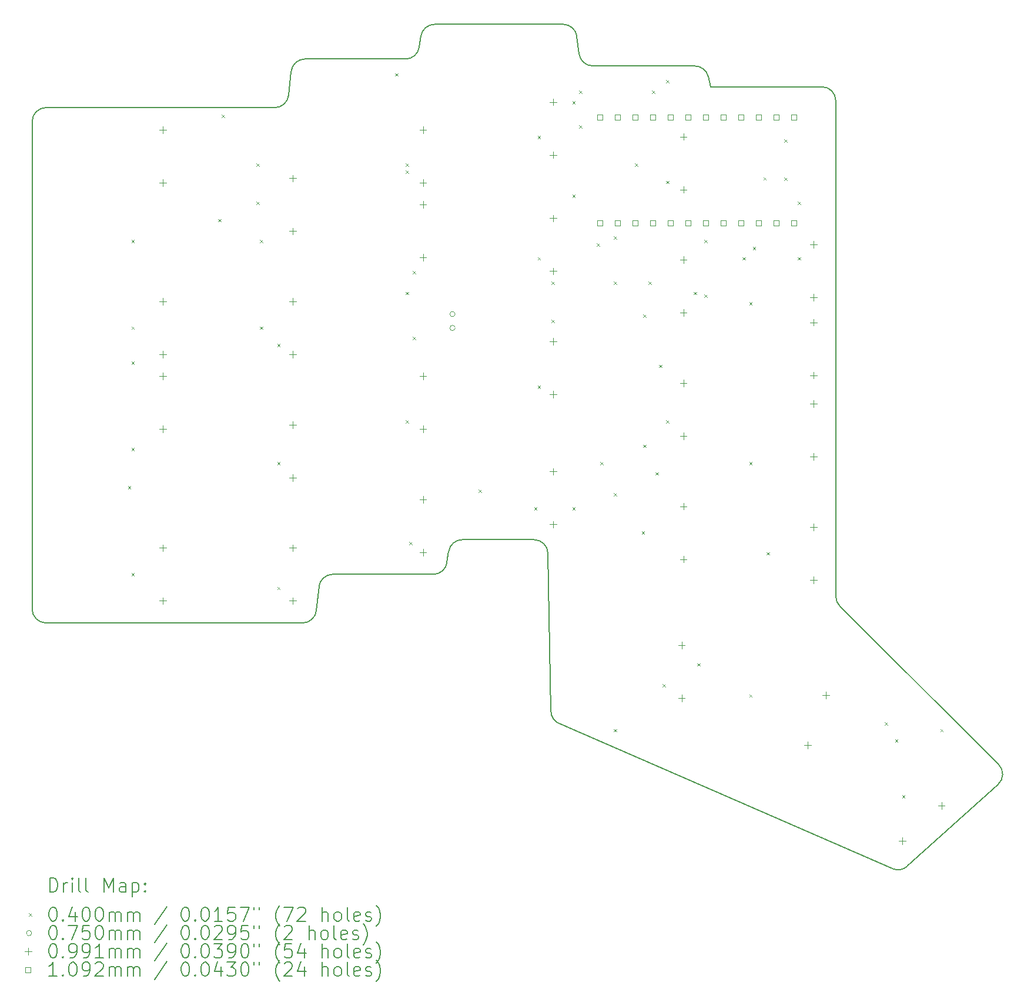
<source format=gbr>
%TF.GenerationSoftware,KiCad,Pcbnew,8.0.7*%
%TF.CreationDate,2024-12-27T12:51:14-06:00*%
%TF.ProjectId,left,6c656674-2e6b-4696-9361-645f70636258,v1.0.0*%
%TF.SameCoordinates,Original*%
%TF.FileFunction,Drillmap*%
%TF.FilePolarity,Positive*%
%FSLAX45Y45*%
G04 Gerber Fmt 4.5, Leading zero omitted, Abs format (unit mm)*
G04 Created by KiCad (PCBNEW 8.0.7) date 2024-12-27 12:51:14*
%MOMM*%
%LPD*%
G01*
G04 APERTURE LIST*
%ADD10C,0.150000*%
%ADD11C,0.200000*%
%ADD12C,0.100000*%
%ADD13C,0.109220*%
G04 APERTURE END LIST*
D10*
X16492642Y-17501232D02*
G75*
G02*
X16372531Y-17321710I79858J183372D01*
G01*
X14697237Y-7425000D02*
X16548444Y-7425000D01*
X16976556Y-8025000D02*
G75*
G02*
X16778105Y-7849806I4J200000D01*
G01*
X14875550Y-15179668D02*
G75*
G02*
X14677762Y-15350002I-197790J29668D01*
G01*
X9100000Y-16050000D02*
G75*
G02*
X8900000Y-15850000I0J200000D01*
G01*
X22819739Y-18087858D02*
G75*
G02*
X22812355Y-18378119I-141209J-141633D01*
G01*
X21290582Y-19590663D02*
X16492642Y-17501232D01*
X20475000Y-8525000D02*
X20475000Y-15666985D01*
X14677762Y-15350000D02*
X13229716Y-15350000D01*
X13030854Y-15528693D02*
G75*
G02*
X13229716Y-15349996I198866J-21307D01*
G01*
X8900000Y-8825000D02*
G75*
G02*
X9100000Y-8625000I200000J0D01*
G01*
X13030854Y-15528693D02*
X12994146Y-15871307D01*
X12829716Y-7925000D02*
X14277762Y-7925000D01*
X16548444Y-7425000D02*
G75*
G02*
X16746895Y-7600193I-4J-200000D01*
G01*
X20275000Y-8325000D02*
G75*
G02*
X20475000Y-8525000I0J-200000D01*
G01*
X12630854Y-8103693D02*
G75*
G02*
X12829716Y-7924996I198866J-21307D01*
G01*
X9100000Y-8625000D02*
X12395284Y-8625000D01*
X16746899Y-7600193D02*
X16778101Y-7849807D01*
X16976556Y-8025000D02*
X18443850Y-8025000D01*
X14899450Y-15020332D02*
X14875550Y-15179668D01*
X18637877Y-8176487D02*
X18675010Y-8325000D01*
X8900000Y-15850000D02*
X8900000Y-8825000D01*
X16372533Y-17321710D02*
X16328772Y-15046155D01*
X18443850Y-8025000D02*
G75*
G02*
X18637877Y-8176487I0J-200000D01*
G01*
X20533787Y-15808614D02*
X22819739Y-18087858D01*
X22812352Y-18378116D02*
X21504261Y-19555925D01*
X16128809Y-14850000D02*
X15097237Y-14850000D01*
X14899450Y-15020332D02*
G75*
G02*
X15097237Y-14849997I197790J-29668D01*
G01*
X12994146Y-15871307D02*
G75*
G02*
X12795284Y-16050004I-198866J21307D01*
G01*
X14499450Y-7595332D02*
G75*
G02*
X14697237Y-7424997I197790J-29668D01*
G01*
X18675010Y-8325000D02*
X20275000Y-8325000D01*
X9100000Y-16050000D02*
X12795284Y-16050000D01*
X12594146Y-8446307D02*
G75*
G02*
X12395284Y-8625004I-198866J21307D01*
G01*
X21504261Y-19555925D02*
G75*
G02*
X21290584Y-19590659I-133821J148625D01*
G01*
X14475550Y-7754668D02*
G75*
G02*
X14277762Y-7925002I-197790J29668D01*
G01*
X20533787Y-15808614D02*
G75*
G02*
X20474996Y-15666985I141213J141634D01*
G01*
X16128809Y-14850000D02*
G75*
G02*
X16328773Y-15046155I1J-200000D01*
G01*
X12594146Y-8446307D02*
X12630854Y-8103693D01*
X14475550Y-7754668D02*
X14499450Y-7595332D01*
D11*
D12*
X10280000Y-14080000D02*
X10320000Y-14120000D01*
X10320000Y-14080000D02*
X10280000Y-14120000D01*
X10330000Y-10530000D02*
X10370000Y-10570000D01*
X10370000Y-10530000D02*
X10330000Y-10570000D01*
X10330000Y-11780000D02*
X10370000Y-11820000D01*
X10370000Y-11780000D02*
X10330000Y-11820000D01*
X10330000Y-12280000D02*
X10370000Y-12320000D01*
X10370000Y-12280000D02*
X10330000Y-12320000D01*
X10330000Y-13530000D02*
X10370000Y-13570000D01*
X10370000Y-13530000D02*
X10330000Y-13570000D01*
X10330000Y-15330000D02*
X10370000Y-15370000D01*
X10370000Y-15330000D02*
X10330000Y-15370000D01*
X11580000Y-10230000D02*
X11620000Y-10270000D01*
X11620000Y-10230000D02*
X11580000Y-10270000D01*
X11630000Y-8730000D02*
X11670000Y-8770000D01*
X11670000Y-8730000D02*
X11630000Y-8770000D01*
X12130000Y-9430000D02*
X12170000Y-9470000D01*
X12170000Y-9430000D02*
X12130000Y-9470000D01*
X12130000Y-9980000D02*
X12170000Y-10020000D01*
X12170000Y-9980000D02*
X12130000Y-10020000D01*
X12180000Y-10530000D02*
X12220000Y-10570000D01*
X12220000Y-10530000D02*
X12180000Y-10570000D01*
X12180000Y-11780000D02*
X12220000Y-11820000D01*
X12220000Y-11780000D02*
X12180000Y-11820000D01*
X12430000Y-12030000D02*
X12470000Y-12070000D01*
X12470000Y-12030000D02*
X12430000Y-12070000D01*
X12430000Y-13730000D02*
X12470000Y-13770000D01*
X12470000Y-13730000D02*
X12430000Y-13770000D01*
X12430000Y-15530000D02*
X12470000Y-15570000D01*
X12470000Y-15530000D02*
X12430000Y-15570000D01*
X14130000Y-8130000D02*
X14170000Y-8170000D01*
X14170000Y-8130000D02*
X14130000Y-8170000D01*
X14280000Y-9430000D02*
X14320000Y-9470000D01*
X14320000Y-9430000D02*
X14280000Y-9470000D01*
X14280000Y-9530000D02*
X14320000Y-9570000D01*
X14320000Y-9530000D02*
X14280000Y-9570000D01*
X14280000Y-11280000D02*
X14320000Y-11320000D01*
X14320000Y-11280000D02*
X14280000Y-11320000D01*
X14280000Y-13130000D02*
X14320000Y-13170000D01*
X14320000Y-13130000D02*
X14280000Y-13170000D01*
X14330000Y-14880000D02*
X14370000Y-14920000D01*
X14370000Y-14880000D02*
X14330000Y-14920000D01*
X14380000Y-10980000D02*
X14420000Y-11020000D01*
X14420000Y-10980000D02*
X14380000Y-11020000D01*
X14380000Y-11930000D02*
X14420000Y-11970000D01*
X14420000Y-11930000D02*
X14380000Y-11970000D01*
X15330000Y-14130000D02*
X15370000Y-14170000D01*
X15370000Y-14130000D02*
X15330000Y-14170000D01*
X16130000Y-14380000D02*
X16170000Y-14420000D01*
X16170000Y-14380000D02*
X16130000Y-14420000D01*
X16180000Y-9030000D02*
X16220000Y-9070000D01*
X16220000Y-9030000D02*
X16180000Y-9070000D01*
X16180000Y-10780000D02*
X16220000Y-10820000D01*
X16220000Y-10780000D02*
X16180000Y-10820000D01*
X16180000Y-12630000D02*
X16220000Y-12670000D01*
X16220000Y-12630000D02*
X16180000Y-12670000D01*
X16380000Y-11130000D02*
X16420000Y-11170000D01*
X16420000Y-11130000D02*
X16380000Y-11170000D01*
X16380000Y-11680000D02*
X16420000Y-11720000D01*
X16420000Y-11680000D02*
X16380000Y-11720000D01*
X16680000Y-8530000D02*
X16720000Y-8570000D01*
X16720000Y-8530000D02*
X16680000Y-8570000D01*
X16680000Y-9880000D02*
X16720000Y-9920000D01*
X16720000Y-9880000D02*
X16680000Y-9920000D01*
X16680000Y-14380000D02*
X16720000Y-14420000D01*
X16720000Y-14380000D02*
X16680000Y-14420000D01*
X16780000Y-8380000D02*
X16820000Y-8420000D01*
X16820000Y-8380000D02*
X16780000Y-8420000D01*
X16780000Y-8880000D02*
X16820000Y-8920000D01*
X16820000Y-8880000D02*
X16780000Y-8920000D01*
X17030000Y-10580000D02*
X17070000Y-10620000D01*
X17070000Y-10580000D02*
X17030000Y-10620000D01*
X17080000Y-13730000D02*
X17120000Y-13770000D01*
X17120000Y-13730000D02*
X17080000Y-13770000D01*
X17280000Y-10480000D02*
X17320000Y-10520000D01*
X17320000Y-10480000D02*
X17280000Y-10520000D01*
X17280000Y-11130000D02*
X17320000Y-11170000D01*
X17320000Y-11130000D02*
X17280000Y-11170000D01*
X17280000Y-14180000D02*
X17320000Y-14220000D01*
X17320000Y-14180000D02*
X17280000Y-14220000D01*
X17280000Y-17580000D02*
X17320000Y-17620000D01*
X17320000Y-17580000D02*
X17280000Y-17620000D01*
X17580000Y-9430000D02*
X17620000Y-9470000D01*
X17620000Y-9430000D02*
X17580000Y-9470000D01*
X17680000Y-14730000D02*
X17720000Y-14770000D01*
X17720000Y-14730000D02*
X17680000Y-14770000D01*
X17699870Y-11607500D02*
X17739870Y-11647500D01*
X17739870Y-11607500D02*
X17699870Y-11647500D01*
X17699870Y-13480000D02*
X17739870Y-13520000D01*
X17739870Y-13480000D02*
X17699870Y-13520000D01*
X17780000Y-11130000D02*
X17820000Y-11170000D01*
X17820000Y-11130000D02*
X17780000Y-11170000D01*
X17830000Y-8380000D02*
X17870000Y-8420000D01*
X17870000Y-8380000D02*
X17830000Y-8420000D01*
X17880000Y-13880000D02*
X17920000Y-13920000D01*
X17920000Y-13880000D02*
X17880000Y-13920000D01*
X17930000Y-12330000D02*
X17970000Y-12370000D01*
X17970000Y-12330000D02*
X17930000Y-12370000D01*
X17980000Y-16930000D02*
X18020000Y-16970000D01*
X18020000Y-16930000D02*
X17980000Y-16970000D01*
X18030000Y-8230000D02*
X18070000Y-8270000D01*
X18070000Y-8230000D02*
X18030000Y-8270000D01*
X18030000Y-9680000D02*
X18070000Y-9720000D01*
X18070000Y-9680000D02*
X18030000Y-9720000D01*
X18030000Y-13130000D02*
X18070000Y-13170000D01*
X18070000Y-13130000D02*
X18030000Y-13170000D01*
X18430000Y-11280000D02*
X18470000Y-11320000D01*
X18470000Y-11280000D02*
X18430000Y-11320000D01*
X18480000Y-16630000D02*
X18520000Y-16670000D01*
X18520000Y-16630000D02*
X18480000Y-16670000D01*
X18580000Y-10530000D02*
X18620000Y-10570000D01*
X18620000Y-10530000D02*
X18580000Y-10570000D01*
X18580000Y-11315000D02*
X18620000Y-11355000D01*
X18620000Y-11315000D02*
X18580000Y-11355000D01*
X19130000Y-10780000D02*
X19170000Y-10820000D01*
X19170000Y-10780000D02*
X19130000Y-10820000D01*
X19230000Y-11430000D02*
X19270000Y-11470000D01*
X19270000Y-11430000D02*
X19230000Y-11470000D01*
X19230000Y-13730000D02*
X19270000Y-13770000D01*
X19270000Y-13730000D02*
X19230000Y-13770000D01*
X19230000Y-17080000D02*
X19270000Y-17120000D01*
X19270000Y-17080000D02*
X19230000Y-17120000D01*
X19280000Y-10630000D02*
X19320000Y-10670000D01*
X19320000Y-10630000D02*
X19280000Y-10670000D01*
X19431265Y-9628735D02*
X19471265Y-9668735D01*
X19471265Y-9628735D02*
X19431265Y-9668735D01*
X19480000Y-15030000D02*
X19520000Y-15070000D01*
X19520000Y-15030000D02*
X19480000Y-15070000D01*
X19730000Y-9080000D02*
X19770000Y-9120000D01*
X19770000Y-9080000D02*
X19730000Y-9120000D01*
X19730000Y-9630000D02*
X19770000Y-9670000D01*
X19770000Y-9630000D02*
X19730000Y-9670000D01*
X19930000Y-9980000D02*
X19970000Y-10020000D01*
X19970000Y-9980000D02*
X19930000Y-10020000D01*
X19930000Y-10780000D02*
X19970000Y-10820000D01*
X19970000Y-10780000D02*
X19930000Y-10820000D01*
X21180000Y-17480000D02*
X21220000Y-17520000D01*
X21220000Y-17480000D02*
X21180000Y-17520000D01*
X21330000Y-17730000D02*
X21370000Y-17770000D01*
X21370000Y-17730000D02*
X21330000Y-17770000D01*
X21430000Y-18530000D02*
X21470000Y-18570000D01*
X21470000Y-18530000D02*
X21430000Y-18570000D01*
X21980000Y-17580000D02*
X22020000Y-17620000D01*
X22020000Y-17580000D02*
X21980000Y-17620000D01*
X14992500Y-11600000D02*
G75*
G02*
X14917500Y-11600000I-37500J0D01*
G01*
X14917500Y-11600000D02*
G75*
G02*
X14992500Y-11600000I37500J0D01*
G01*
X14992500Y-11800000D02*
G75*
G02*
X14917500Y-11800000I-37500J0D01*
G01*
X14917500Y-11800000D02*
G75*
G02*
X14992500Y-11800000I37500J0D01*
G01*
X10780000Y-8894470D02*
X10780000Y-8993530D01*
X10730470Y-8944000D02*
X10829530Y-8944000D01*
X10780000Y-9656470D02*
X10780000Y-9755530D01*
X10730470Y-9706000D02*
X10829530Y-9706000D01*
X10780000Y-11369470D02*
X10780000Y-11468530D01*
X10730470Y-11419000D02*
X10829530Y-11419000D01*
X10780000Y-12131470D02*
X10780000Y-12230530D01*
X10730470Y-12181000D02*
X10829530Y-12181000D01*
X10780000Y-12444470D02*
X10780000Y-12543530D01*
X10730470Y-12494000D02*
X10829530Y-12494000D01*
X10780000Y-13206470D02*
X10780000Y-13305530D01*
X10730470Y-13256000D02*
X10829530Y-13256000D01*
X10780000Y-14919470D02*
X10780000Y-15018530D01*
X10730470Y-14969000D02*
X10829530Y-14969000D01*
X10780000Y-15681470D02*
X10780000Y-15780530D01*
X10730470Y-15731000D02*
X10829530Y-15731000D01*
X12655000Y-9594470D02*
X12655000Y-9693530D01*
X12605470Y-9644000D02*
X12704530Y-9644000D01*
X12655000Y-10356470D02*
X12655000Y-10455530D01*
X12605470Y-10406000D02*
X12704530Y-10406000D01*
X12655000Y-11369470D02*
X12655000Y-11468530D01*
X12605470Y-11419000D02*
X12704530Y-11419000D01*
X12655000Y-12131470D02*
X12655000Y-12230530D01*
X12605470Y-12181000D02*
X12704530Y-12181000D01*
X12655000Y-13144470D02*
X12655000Y-13243530D01*
X12605470Y-13194000D02*
X12704530Y-13194000D01*
X12655000Y-13906470D02*
X12655000Y-14005530D01*
X12605470Y-13956000D02*
X12704530Y-13956000D01*
X12655000Y-14919470D02*
X12655000Y-15018530D01*
X12605470Y-14969000D02*
X12704530Y-14969000D01*
X12655000Y-15681470D02*
X12655000Y-15780530D01*
X12605470Y-15731000D02*
X12704530Y-15731000D01*
X14530000Y-8894470D02*
X14530000Y-8993530D01*
X14480470Y-8944000D02*
X14579530Y-8944000D01*
X14530000Y-9656470D02*
X14530000Y-9755530D01*
X14480470Y-9706000D02*
X14579530Y-9706000D01*
X14530000Y-9969470D02*
X14530000Y-10068530D01*
X14480470Y-10019000D02*
X14579530Y-10019000D01*
X14530000Y-10731470D02*
X14530000Y-10830530D01*
X14480470Y-10781000D02*
X14579530Y-10781000D01*
X14530000Y-12444470D02*
X14530000Y-12543530D01*
X14480470Y-12494000D02*
X14579530Y-12494000D01*
X14530000Y-13206470D02*
X14530000Y-13305530D01*
X14480470Y-13256000D02*
X14579530Y-13256000D01*
X14530000Y-14219470D02*
X14530000Y-14318530D01*
X14480470Y-14269000D02*
X14579530Y-14269000D01*
X14530000Y-14981470D02*
X14530000Y-15080530D01*
X14480470Y-15031000D02*
X14579530Y-15031000D01*
X16405000Y-8494470D02*
X16405000Y-8593530D01*
X16355470Y-8544000D02*
X16454530Y-8544000D01*
X16405000Y-9256470D02*
X16405000Y-9355530D01*
X16355470Y-9306000D02*
X16454530Y-9306000D01*
X16405000Y-10169470D02*
X16405000Y-10268530D01*
X16355470Y-10219000D02*
X16454530Y-10219000D01*
X16405000Y-10931470D02*
X16405000Y-11030530D01*
X16355470Y-10981000D02*
X16454530Y-10981000D01*
X16405000Y-11944470D02*
X16405000Y-12043530D01*
X16355470Y-11994000D02*
X16454530Y-11994000D01*
X16405000Y-12706470D02*
X16405000Y-12805530D01*
X16355470Y-12756000D02*
X16454530Y-12756000D01*
X16405000Y-13819470D02*
X16405000Y-13918530D01*
X16355470Y-13869000D02*
X16454530Y-13869000D01*
X16405000Y-14581470D02*
X16405000Y-14680530D01*
X16355470Y-14631000D02*
X16454530Y-14631000D01*
X18255000Y-16319470D02*
X18255000Y-16418530D01*
X18205470Y-16369000D02*
X18304530Y-16369000D01*
X18255000Y-17081470D02*
X18255000Y-17180530D01*
X18205470Y-17131000D02*
X18304530Y-17131000D01*
X18280000Y-8994470D02*
X18280000Y-9093530D01*
X18230470Y-9044000D02*
X18329530Y-9044000D01*
X18280000Y-9756470D02*
X18280000Y-9855530D01*
X18230470Y-9806000D02*
X18329530Y-9806000D01*
X18280000Y-10769470D02*
X18280000Y-10868530D01*
X18230470Y-10819000D02*
X18329530Y-10819000D01*
X18280000Y-11531470D02*
X18280000Y-11630530D01*
X18230470Y-11581000D02*
X18329530Y-11581000D01*
X18280000Y-12544470D02*
X18280000Y-12643530D01*
X18230470Y-12594000D02*
X18329530Y-12594000D01*
X18280000Y-13306470D02*
X18280000Y-13405530D01*
X18230470Y-13356000D02*
X18329530Y-13356000D01*
X18280000Y-14319470D02*
X18280000Y-14418530D01*
X18230470Y-14369000D02*
X18329530Y-14369000D01*
X18280000Y-15081470D02*
X18280000Y-15180530D01*
X18230470Y-15131000D02*
X18329530Y-15131000D01*
X20069901Y-17760311D02*
X20069901Y-17859371D01*
X20020371Y-17809841D02*
X20119431Y-17809841D01*
X20155000Y-10544470D02*
X20155000Y-10643530D01*
X20105470Y-10594000D02*
X20204530Y-10594000D01*
X20155000Y-11306470D02*
X20155000Y-11405530D01*
X20105470Y-11356000D02*
X20204530Y-11356000D01*
X20155000Y-11669470D02*
X20155000Y-11768530D01*
X20105470Y-11719000D02*
X20204530Y-11719000D01*
X20155000Y-12431470D02*
X20155000Y-12530530D01*
X20105470Y-12481000D02*
X20204530Y-12481000D01*
X20155000Y-12844470D02*
X20155000Y-12943530D01*
X20105470Y-12894000D02*
X20204530Y-12894000D01*
X20155000Y-13606470D02*
X20155000Y-13705530D01*
X20105470Y-13656000D02*
X20204530Y-13656000D01*
X20155000Y-14619470D02*
X20155000Y-14718530D01*
X20105470Y-14669000D02*
X20204530Y-14669000D01*
X20155000Y-15381470D02*
X20155000Y-15480530D01*
X20105470Y-15431000D02*
X20204530Y-15431000D01*
X20330520Y-17044266D02*
X20330520Y-17143326D01*
X20280990Y-17093796D02*
X20380050Y-17093796D01*
X21431542Y-19141270D02*
X21431542Y-19240330D01*
X21382012Y-19190800D02*
X21481072Y-19190800D01*
X21997818Y-18631392D02*
X21997818Y-18730452D01*
X21948288Y-18680922D02*
X22047348Y-18680922D01*
D13*
X17116616Y-8801616D02*
X17116616Y-8724385D01*
X17039385Y-8724385D01*
X17039385Y-8801616D01*
X17116616Y-8801616D01*
X17116616Y-10325616D02*
X17116616Y-10248385D01*
X17039385Y-10248385D01*
X17039385Y-10325616D01*
X17116616Y-10325616D01*
X17370616Y-8801616D02*
X17370616Y-8724385D01*
X17293385Y-8724385D01*
X17293385Y-8801616D01*
X17370616Y-8801616D01*
X17370616Y-10325616D02*
X17370616Y-10248385D01*
X17293385Y-10248385D01*
X17293385Y-10325616D01*
X17370616Y-10325616D01*
X17624616Y-8801616D02*
X17624616Y-8724385D01*
X17547385Y-8724385D01*
X17547385Y-8801616D01*
X17624616Y-8801616D01*
X17624616Y-10325616D02*
X17624616Y-10248385D01*
X17547385Y-10248385D01*
X17547385Y-10325616D01*
X17624616Y-10325616D01*
X17878616Y-8801616D02*
X17878616Y-8724385D01*
X17801385Y-8724385D01*
X17801385Y-8801616D01*
X17878616Y-8801616D01*
X17878616Y-10325616D02*
X17878616Y-10248385D01*
X17801385Y-10248385D01*
X17801385Y-10325616D01*
X17878616Y-10325616D01*
X18132616Y-8801616D02*
X18132616Y-8724385D01*
X18055385Y-8724385D01*
X18055385Y-8801616D01*
X18132616Y-8801616D01*
X18132616Y-10325616D02*
X18132616Y-10248385D01*
X18055385Y-10248385D01*
X18055385Y-10325616D01*
X18132616Y-10325616D01*
X18386616Y-8801616D02*
X18386616Y-8724385D01*
X18309385Y-8724385D01*
X18309385Y-8801616D01*
X18386616Y-8801616D01*
X18386616Y-10325616D02*
X18386616Y-10248385D01*
X18309385Y-10248385D01*
X18309385Y-10325616D01*
X18386616Y-10325616D01*
X18640616Y-8801616D02*
X18640616Y-8724385D01*
X18563385Y-8724385D01*
X18563385Y-8801616D01*
X18640616Y-8801616D01*
X18640616Y-10325616D02*
X18640616Y-10248385D01*
X18563385Y-10248385D01*
X18563385Y-10325616D01*
X18640616Y-10325616D01*
X18894616Y-8801616D02*
X18894616Y-8724385D01*
X18817385Y-8724385D01*
X18817385Y-8801616D01*
X18894616Y-8801616D01*
X18894616Y-10325616D02*
X18894616Y-10248385D01*
X18817385Y-10248385D01*
X18817385Y-10325616D01*
X18894616Y-10325616D01*
X19148616Y-8801616D02*
X19148616Y-8724385D01*
X19071385Y-8724385D01*
X19071385Y-8801616D01*
X19148616Y-8801616D01*
X19148616Y-10325616D02*
X19148616Y-10248385D01*
X19071385Y-10248385D01*
X19071385Y-10325616D01*
X19148616Y-10325616D01*
X19402616Y-8801616D02*
X19402616Y-8724385D01*
X19325385Y-8724385D01*
X19325385Y-8801616D01*
X19402616Y-8801616D01*
X19402616Y-10325616D02*
X19402616Y-10248385D01*
X19325385Y-10248385D01*
X19325385Y-10325616D01*
X19402616Y-10325616D01*
X19656616Y-8801616D02*
X19656616Y-8724385D01*
X19579385Y-8724385D01*
X19579385Y-8801616D01*
X19656616Y-8801616D01*
X19656616Y-10325616D02*
X19656616Y-10248385D01*
X19579385Y-10248385D01*
X19579385Y-10325616D01*
X19656616Y-10325616D01*
X19910616Y-8801616D02*
X19910616Y-8724385D01*
X19833385Y-8724385D01*
X19833385Y-8801616D01*
X19910616Y-8801616D01*
X19910616Y-10325616D02*
X19910616Y-10248385D01*
X19833385Y-10248385D01*
X19833385Y-10325616D01*
X19910616Y-10325616D01*
D11*
X9153277Y-19926278D02*
X9153277Y-19726278D01*
X9153277Y-19726278D02*
X9200896Y-19726278D01*
X9200896Y-19726278D02*
X9229467Y-19735802D01*
X9229467Y-19735802D02*
X9248515Y-19754849D01*
X9248515Y-19754849D02*
X9258039Y-19773897D01*
X9258039Y-19773897D02*
X9267563Y-19811992D01*
X9267563Y-19811992D02*
X9267563Y-19840564D01*
X9267563Y-19840564D02*
X9258039Y-19878659D01*
X9258039Y-19878659D02*
X9248515Y-19897706D01*
X9248515Y-19897706D02*
X9229467Y-19916754D01*
X9229467Y-19916754D02*
X9200896Y-19926278D01*
X9200896Y-19926278D02*
X9153277Y-19926278D01*
X9353277Y-19926278D02*
X9353277Y-19792945D01*
X9353277Y-19831040D02*
X9362801Y-19811992D01*
X9362801Y-19811992D02*
X9372324Y-19802468D01*
X9372324Y-19802468D02*
X9391372Y-19792945D01*
X9391372Y-19792945D02*
X9410420Y-19792945D01*
X9477086Y-19926278D02*
X9477086Y-19792945D01*
X9477086Y-19726278D02*
X9467563Y-19735802D01*
X9467563Y-19735802D02*
X9477086Y-19745326D01*
X9477086Y-19745326D02*
X9486610Y-19735802D01*
X9486610Y-19735802D02*
X9477086Y-19726278D01*
X9477086Y-19726278D02*
X9477086Y-19745326D01*
X9600896Y-19926278D02*
X9581848Y-19916754D01*
X9581848Y-19916754D02*
X9572324Y-19897706D01*
X9572324Y-19897706D02*
X9572324Y-19726278D01*
X9705658Y-19926278D02*
X9686610Y-19916754D01*
X9686610Y-19916754D02*
X9677086Y-19897706D01*
X9677086Y-19897706D02*
X9677086Y-19726278D01*
X9934229Y-19926278D02*
X9934229Y-19726278D01*
X9934229Y-19726278D02*
X10000896Y-19869135D01*
X10000896Y-19869135D02*
X10067563Y-19726278D01*
X10067563Y-19726278D02*
X10067563Y-19926278D01*
X10248515Y-19926278D02*
X10248515Y-19821516D01*
X10248515Y-19821516D02*
X10238991Y-19802468D01*
X10238991Y-19802468D02*
X10219944Y-19792945D01*
X10219944Y-19792945D02*
X10181848Y-19792945D01*
X10181848Y-19792945D02*
X10162801Y-19802468D01*
X10248515Y-19916754D02*
X10229467Y-19926278D01*
X10229467Y-19926278D02*
X10181848Y-19926278D01*
X10181848Y-19926278D02*
X10162801Y-19916754D01*
X10162801Y-19916754D02*
X10153277Y-19897706D01*
X10153277Y-19897706D02*
X10153277Y-19878659D01*
X10153277Y-19878659D02*
X10162801Y-19859611D01*
X10162801Y-19859611D02*
X10181848Y-19850087D01*
X10181848Y-19850087D02*
X10229467Y-19850087D01*
X10229467Y-19850087D02*
X10248515Y-19840564D01*
X10343753Y-19792945D02*
X10343753Y-19992945D01*
X10343753Y-19802468D02*
X10362801Y-19792945D01*
X10362801Y-19792945D02*
X10400896Y-19792945D01*
X10400896Y-19792945D02*
X10419944Y-19802468D01*
X10419944Y-19802468D02*
X10429467Y-19811992D01*
X10429467Y-19811992D02*
X10438991Y-19831040D01*
X10438991Y-19831040D02*
X10438991Y-19888183D01*
X10438991Y-19888183D02*
X10429467Y-19907230D01*
X10429467Y-19907230D02*
X10419944Y-19916754D01*
X10419944Y-19916754D02*
X10400896Y-19926278D01*
X10400896Y-19926278D02*
X10362801Y-19926278D01*
X10362801Y-19926278D02*
X10343753Y-19916754D01*
X10524705Y-19907230D02*
X10534229Y-19916754D01*
X10534229Y-19916754D02*
X10524705Y-19926278D01*
X10524705Y-19926278D02*
X10515182Y-19916754D01*
X10515182Y-19916754D02*
X10524705Y-19907230D01*
X10524705Y-19907230D02*
X10524705Y-19926278D01*
X10524705Y-19802468D02*
X10534229Y-19811992D01*
X10534229Y-19811992D02*
X10524705Y-19821516D01*
X10524705Y-19821516D02*
X10515182Y-19811992D01*
X10515182Y-19811992D02*
X10524705Y-19802468D01*
X10524705Y-19802468D02*
X10524705Y-19821516D01*
D12*
X8852500Y-20234794D02*
X8892500Y-20274794D01*
X8892500Y-20234794D02*
X8852500Y-20274794D01*
D11*
X9191372Y-20146278D02*
X9210420Y-20146278D01*
X9210420Y-20146278D02*
X9229467Y-20155802D01*
X9229467Y-20155802D02*
X9238991Y-20165326D01*
X9238991Y-20165326D02*
X9248515Y-20184373D01*
X9248515Y-20184373D02*
X9258039Y-20222468D01*
X9258039Y-20222468D02*
X9258039Y-20270087D01*
X9258039Y-20270087D02*
X9248515Y-20308183D01*
X9248515Y-20308183D02*
X9238991Y-20327230D01*
X9238991Y-20327230D02*
X9229467Y-20336754D01*
X9229467Y-20336754D02*
X9210420Y-20346278D01*
X9210420Y-20346278D02*
X9191372Y-20346278D01*
X9191372Y-20346278D02*
X9172324Y-20336754D01*
X9172324Y-20336754D02*
X9162801Y-20327230D01*
X9162801Y-20327230D02*
X9153277Y-20308183D01*
X9153277Y-20308183D02*
X9143753Y-20270087D01*
X9143753Y-20270087D02*
X9143753Y-20222468D01*
X9143753Y-20222468D02*
X9153277Y-20184373D01*
X9153277Y-20184373D02*
X9162801Y-20165326D01*
X9162801Y-20165326D02*
X9172324Y-20155802D01*
X9172324Y-20155802D02*
X9191372Y-20146278D01*
X9343753Y-20327230D02*
X9353277Y-20336754D01*
X9353277Y-20336754D02*
X9343753Y-20346278D01*
X9343753Y-20346278D02*
X9334229Y-20336754D01*
X9334229Y-20336754D02*
X9343753Y-20327230D01*
X9343753Y-20327230D02*
X9343753Y-20346278D01*
X9524705Y-20212945D02*
X9524705Y-20346278D01*
X9477086Y-20136754D02*
X9429467Y-20279611D01*
X9429467Y-20279611D02*
X9553277Y-20279611D01*
X9667563Y-20146278D02*
X9686610Y-20146278D01*
X9686610Y-20146278D02*
X9705658Y-20155802D01*
X9705658Y-20155802D02*
X9715182Y-20165326D01*
X9715182Y-20165326D02*
X9724705Y-20184373D01*
X9724705Y-20184373D02*
X9734229Y-20222468D01*
X9734229Y-20222468D02*
X9734229Y-20270087D01*
X9734229Y-20270087D02*
X9724705Y-20308183D01*
X9724705Y-20308183D02*
X9715182Y-20327230D01*
X9715182Y-20327230D02*
X9705658Y-20336754D01*
X9705658Y-20336754D02*
X9686610Y-20346278D01*
X9686610Y-20346278D02*
X9667563Y-20346278D01*
X9667563Y-20346278D02*
X9648515Y-20336754D01*
X9648515Y-20336754D02*
X9638991Y-20327230D01*
X9638991Y-20327230D02*
X9629467Y-20308183D01*
X9629467Y-20308183D02*
X9619944Y-20270087D01*
X9619944Y-20270087D02*
X9619944Y-20222468D01*
X9619944Y-20222468D02*
X9629467Y-20184373D01*
X9629467Y-20184373D02*
X9638991Y-20165326D01*
X9638991Y-20165326D02*
X9648515Y-20155802D01*
X9648515Y-20155802D02*
X9667563Y-20146278D01*
X9858039Y-20146278D02*
X9877086Y-20146278D01*
X9877086Y-20146278D02*
X9896134Y-20155802D01*
X9896134Y-20155802D02*
X9905658Y-20165326D01*
X9905658Y-20165326D02*
X9915182Y-20184373D01*
X9915182Y-20184373D02*
X9924705Y-20222468D01*
X9924705Y-20222468D02*
X9924705Y-20270087D01*
X9924705Y-20270087D02*
X9915182Y-20308183D01*
X9915182Y-20308183D02*
X9905658Y-20327230D01*
X9905658Y-20327230D02*
X9896134Y-20336754D01*
X9896134Y-20336754D02*
X9877086Y-20346278D01*
X9877086Y-20346278D02*
X9858039Y-20346278D01*
X9858039Y-20346278D02*
X9838991Y-20336754D01*
X9838991Y-20336754D02*
X9829467Y-20327230D01*
X9829467Y-20327230D02*
X9819944Y-20308183D01*
X9819944Y-20308183D02*
X9810420Y-20270087D01*
X9810420Y-20270087D02*
X9810420Y-20222468D01*
X9810420Y-20222468D02*
X9819944Y-20184373D01*
X9819944Y-20184373D02*
X9829467Y-20165326D01*
X9829467Y-20165326D02*
X9838991Y-20155802D01*
X9838991Y-20155802D02*
X9858039Y-20146278D01*
X10010420Y-20346278D02*
X10010420Y-20212945D01*
X10010420Y-20231992D02*
X10019944Y-20222468D01*
X10019944Y-20222468D02*
X10038991Y-20212945D01*
X10038991Y-20212945D02*
X10067563Y-20212945D01*
X10067563Y-20212945D02*
X10086610Y-20222468D01*
X10086610Y-20222468D02*
X10096134Y-20241516D01*
X10096134Y-20241516D02*
X10096134Y-20346278D01*
X10096134Y-20241516D02*
X10105658Y-20222468D01*
X10105658Y-20222468D02*
X10124705Y-20212945D01*
X10124705Y-20212945D02*
X10153277Y-20212945D01*
X10153277Y-20212945D02*
X10172325Y-20222468D01*
X10172325Y-20222468D02*
X10181848Y-20241516D01*
X10181848Y-20241516D02*
X10181848Y-20346278D01*
X10277086Y-20346278D02*
X10277086Y-20212945D01*
X10277086Y-20231992D02*
X10286610Y-20222468D01*
X10286610Y-20222468D02*
X10305658Y-20212945D01*
X10305658Y-20212945D02*
X10334229Y-20212945D01*
X10334229Y-20212945D02*
X10353277Y-20222468D01*
X10353277Y-20222468D02*
X10362801Y-20241516D01*
X10362801Y-20241516D02*
X10362801Y-20346278D01*
X10362801Y-20241516D02*
X10372325Y-20222468D01*
X10372325Y-20222468D02*
X10391372Y-20212945D01*
X10391372Y-20212945D02*
X10419944Y-20212945D01*
X10419944Y-20212945D02*
X10438991Y-20222468D01*
X10438991Y-20222468D02*
X10448515Y-20241516D01*
X10448515Y-20241516D02*
X10448515Y-20346278D01*
X10838991Y-20136754D02*
X10667563Y-20393897D01*
X11096134Y-20146278D02*
X11115182Y-20146278D01*
X11115182Y-20146278D02*
X11134229Y-20155802D01*
X11134229Y-20155802D02*
X11143753Y-20165326D01*
X11143753Y-20165326D02*
X11153277Y-20184373D01*
X11153277Y-20184373D02*
X11162801Y-20222468D01*
X11162801Y-20222468D02*
X11162801Y-20270087D01*
X11162801Y-20270087D02*
X11153277Y-20308183D01*
X11153277Y-20308183D02*
X11143753Y-20327230D01*
X11143753Y-20327230D02*
X11134229Y-20336754D01*
X11134229Y-20336754D02*
X11115182Y-20346278D01*
X11115182Y-20346278D02*
X11096134Y-20346278D01*
X11096134Y-20346278D02*
X11077087Y-20336754D01*
X11077087Y-20336754D02*
X11067563Y-20327230D01*
X11067563Y-20327230D02*
X11058039Y-20308183D01*
X11058039Y-20308183D02*
X11048515Y-20270087D01*
X11048515Y-20270087D02*
X11048515Y-20222468D01*
X11048515Y-20222468D02*
X11058039Y-20184373D01*
X11058039Y-20184373D02*
X11067563Y-20165326D01*
X11067563Y-20165326D02*
X11077087Y-20155802D01*
X11077087Y-20155802D02*
X11096134Y-20146278D01*
X11248515Y-20327230D02*
X11258039Y-20336754D01*
X11258039Y-20336754D02*
X11248515Y-20346278D01*
X11248515Y-20346278D02*
X11238991Y-20336754D01*
X11238991Y-20336754D02*
X11248515Y-20327230D01*
X11248515Y-20327230D02*
X11248515Y-20346278D01*
X11381848Y-20146278D02*
X11400896Y-20146278D01*
X11400896Y-20146278D02*
X11419944Y-20155802D01*
X11419944Y-20155802D02*
X11429467Y-20165326D01*
X11429467Y-20165326D02*
X11438991Y-20184373D01*
X11438991Y-20184373D02*
X11448515Y-20222468D01*
X11448515Y-20222468D02*
X11448515Y-20270087D01*
X11448515Y-20270087D02*
X11438991Y-20308183D01*
X11438991Y-20308183D02*
X11429467Y-20327230D01*
X11429467Y-20327230D02*
X11419944Y-20336754D01*
X11419944Y-20336754D02*
X11400896Y-20346278D01*
X11400896Y-20346278D02*
X11381848Y-20346278D01*
X11381848Y-20346278D02*
X11362801Y-20336754D01*
X11362801Y-20336754D02*
X11353277Y-20327230D01*
X11353277Y-20327230D02*
X11343753Y-20308183D01*
X11343753Y-20308183D02*
X11334229Y-20270087D01*
X11334229Y-20270087D02*
X11334229Y-20222468D01*
X11334229Y-20222468D02*
X11343753Y-20184373D01*
X11343753Y-20184373D02*
X11353277Y-20165326D01*
X11353277Y-20165326D02*
X11362801Y-20155802D01*
X11362801Y-20155802D02*
X11381848Y-20146278D01*
X11638991Y-20346278D02*
X11524706Y-20346278D01*
X11581848Y-20346278D02*
X11581848Y-20146278D01*
X11581848Y-20146278D02*
X11562801Y-20174849D01*
X11562801Y-20174849D02*
X11543753Y-20193897D01*
X11543753Y-20193897D02*
X11524706Y-20203421D01*
X11819944Y-20146278D02*
X11724706Y-20146278D01*
X11724706Y-20146278D02*
X11715182Y-20241516D01*
X11715182Y-20241516D02*
X11724706Y-20231992D01*
X11724706Y-20231992D02*
X11743753Y-20222468D01*
X11743753Y-20222468D02*
X11791372Y-20222468D01*
X11791372Y-20222468D02*
X11810420Y-20231992D01*
X11810420Y-20231992D02*
X11819944Y-20241516D01*
X11819944Y-20241516D02*
X11829467Y-20260564D01*
X11829467Y-20260564D02*
X11829467Y-20308183D01*
X11829467Y-20308183D02*
X11819944Y-20327230D01*
X11819944Y-20327230D02*
X11810420Y-20336754D01*
X11810420Y-20336754D02*
X11791372Y-20346278D01*
X11791372Y-20346278D02*
X11743753Y-20346278D01*
X11743753Y-20346278D02*
X11724706Y-20336754D01*
X11724706Y-20336754D02*
X11715182Y-20327230D01*
X11896134Y-20146278D02*
X12029467Y-20146278D01*
X12029467Y-20146278D02*
X11943753Y-20346278D01*
X12096134Y-20146278D02*
X12096134Y-20184373D01*
X12172325Y-20146278D02*
X12172325Y-20184373D01*
X12467563Y-20422468D02*
X12458039Y-20412945D01*
X12458039Y-20412945D02*
X12438991Y-20384373D01*
X12438991Y-20384373D02*
X12429468Y-20365326D01*
X12429468Y-20365326D02*
X12419944Y-20336754D01*
X12419944Y-20336754D02*
X12410420Y-20289135D01*
X12410420Y-20289135D02*
X12410420Y-20251040D01*
X12410420Y-20251040D02*
X12419944Y-20203421D01*
X12419944Y-20203421D02*
X12429468Y-20174849D01*
X12429468Y-20174849D02*
X12438991Y-20155802D01*
X12438991Y-20155802D02*
X12458039Y-20127230D01*
X12458039Y-20127230D02*
X12467563Y-20117706D01*
X12524706Y-20146278D02*
X12658039Y-20146278D01*
X12658039Y-20146278D02*
X12572325Y-20346278D01*
X12724706Y-20165326D02*
X12734229Y-20155802D01*
X12734229Y-20155802D02*
X12753277Y-20146278D01*
X12753277Y-20146278D02*
X12800896Y-20146278D01*
X12800896Y-20146278D02*
X12819944Y-20155802D01*
X12819944Y-20155802D02*
X12829468Y-20165326D01*
X12829468Y-20165326D02*
X12838991Y-20184373D01*
X12838991Y-20184373D02*
X12838991Y-20203421D01*
X12838991Y-20203421D02*
X12829468Y-20231992D01*
X12829468Y-20231992D02*
X12715182Y-20346278D01*
X12715182Y-20346278D02*
X12838991Y-20346278D01*
X13077087Y-20346278D02*
X13077087Y-20146278D01*
X13162801Y-20346278D02*
X13162801Y-20241516D01*
X13162801Y-20241516D02*
X13153277Y-20222468D01*
X13153277Y-20222468D02*
X13134230Y-20212945D01*
X13134230Y-20212945D02*
X13105658Y-20212945D01*
X13105658Y-20212945D02*
X13086610Y-20222468D01*
X13086610Y-20222468D02*
X13077087Y-20231992D01*
X13286610Y-20346278D02*
X13267563Y-20336754D01*
X13267563Y-20336754D02*
X13258039Y-20327230D01*
X13258039Y-20327230D02*
X13248515Y-20308183D01*
X13248515Y-20308183D02*
X13248515Y-20251040D01*
X13248515Y-20251040D02*
X13258039Y-20231992D01*
X13258039Y-20231992D02*
X13267563Y-20222468D01*
X13267563Y-20222468D02*
X13286610Y-20212945D01*
X13286610Y-20212945D02*
X13315182Y-20212945D01*
X13315182Y-20212945D02*
X13334230Y-20222468D01*
X13334230Y-20222468D02*
X13343753Y-20231992D01*
X13343753Y-20231992D02*
X13353277Y-20251040D01*
X13353277Y-20251040D02*
X13353277Y-20308183D01*
X13353277Y-20308183D02*
X13343753Y-20327230D01*
X13343753Y-20327230D02*
X13334230Y-20336754D01*
X13334230Y-20336754D02*
X13315182Y-20346278D01*
X13315182Y-20346278D02*
X13286610Y-20346278D01*
X13467563Y-20346278D02*
X13448515Y-20336754D01*
X13448515Y-20336754D02*
X13438991Y-20317706D01*
X13438991Y-20317706D02*
X13438991Y-20146278D01*
X13619944Y-20336754D02*
X13600896Y-20346278D01*
X13600896Y-20346278D02*
X13562801Y-20346278D01*
X13562801Y-20346278D02*
X13543753Y-20336754D01*
X13543753Y-20336754D02*
X13534230Y-20317706D01*
X13534230Y-20317706D02*
X13534230Y-20241516D01*
X13534230Y-20241516D02*
X13543753Y-20222468D01*
X13543753Y-20222468D02*
X13562801Y-20212945D01*
X13562801Y-20212945D02*
X13600896Y-20212945D01*
X13600896Y-20212945D02*
X13619944Y-20222468D01*
X13619944Y-20222468D02*
X13629468Y-20241516D01*
X13629468Y-20241516D02*
X13629468Y-20260564D01*
X13629468Y-20260564D02*
X13534230Y-20279611D01*
X13705658Y-20336754D02*
X13724706Y-20346278D01*
X13724706Y-20346278D02*
X13762801Y-20346278D01*
X13762801Y-20346278D02*
X13781849Y-20336754D01*
X13781849Y-20336754D02*
X13791372Y-20317706D01*
X13791372Y-20317706D02*
X13791372Y-20308183D01*
X13791372Y-20308183D02*
X13781849Y-20289135D01*
X13781849Y-20289135D02*
X13762801Y-20279611D01*
X13762801Y-20279611D02*
X13734230Y-20279611D01*
X13734230Y-20279611D02*
X13715182Y-20270087D01*
X13715182Y-20270087D02*
X13705658Y-20251040D01*
X13705658Y-20251040D02*
X13705658Y-20241516D01*
X13705658Y-20241516D02*
X13715182Y-20222468D01*
X13715182Y-20222468D02*
X13734230Y-20212945D01*
X13734230Y-20212945D02*
X13762801Y-20212945D01*
X13762801Y-20212945D02*
X13781849Y-20222468D01*
X13858039Y-20422468D02*
X13867563Y-20412945D01*
X13867563Y-20412945D02*
X13886611Y-20384373D01*
X13886611Y-20384373D02*
X13896134Y-20365326D01*
X13896134Y-20365326D02*
X13905658Y-20336754D01*
X13905658Y-20336754D02*
X13915182Y-20289135D01*
X13915182Y-20289135D02*
X13915182Y-20251040D01*
X13915182Y-20251040D02*
X13905658Y-20203421D01*
X13905658Y-20203421D02*
X13896134Y-20174849D01*
X13896134Y-20174849D02*
X13886611Y-20155802D01*
X13886611Y-20155802D02*
X13867563Y-20127230D01*
X13867563Y-20127230D02*
X13858039Y-20117706D01*
D12*
X8892500Y-20518794D02*
G75*
G02*
X8817500Y-20518794I-37500J0D01*
G01*
X8817500Y-20518794D02*
G75*
G02*
X8892500Y-20518794I37500J0D01*
G01*
D11*
X9191372Y-20410278D02*
X9210420Y-20410278D01*
X9210420Y-20410278D02*
X9229467Y-20419802D01*
X9229467Y-20419802D02*
X9238991Y-20429326D01*
X9238991Y-20429326D02*
X9248515Y-20448373D01*
X9248515Y-20448373D02*
X9258039Y-20486468D01*
X9258039Y-20486468D02*
X9258039Y-20534087D01*
X9258039Y-20534087D02*
X9248515Y-20572183D01*
X9248515Y-20572183D02*
X9238991Y-20591230D01*
X9238991Y-20591230D02*
X9229467Y-20600754D01*
X9229467Y-20600754D02*
X9210420Y-20610278D01*
X9210420Y-20610278D02*
X9191372Y-20610278D01*
X9191372Y-20610278D02*
X9172324Y-20600754D01*
X9172324Y-20600754D02*
X9162801Y-20591230D01*
X9162801Y-20591230D02*
X9153277Y-20572183D01*
X9153277Y-20572183D02*
X9143753Y-20534087D01*
X9143753Y-20534087D02*
X9143753Y-20486468D01*
X9143753Y-20486468D02*
X9153277Y-20448373D01*
X9153277Y-20448373D02*
X9162801Y-20429326D01*
X9162801Y-20429326D02*
X9172324Y-20419802D01*
X9172324Y-20419802D02*
X9191372Y-20410278D01*
X9343753Y-20591230D02*
X9353277Y-20600754D01*
X9353277Y-20600754D02*
X9343753Y-20610278D01*
X9343753Y-20610278D02*
X9334229Y-20600754D01*
X9334229Y-20600754D02*
X9343753Y-20591230D01*
X9343753Y-20591230D02*
X9343753Y-20610278D01*
X9419944Y-20410278D02*
X9553277Y-20410278D01*
X9553277Y-20410278D02*
X9467563Y-20610278D01*
X9724705Y-20410278D02*
X9629467Y-20410278D01*
X9629467Y-20410278D02*
X9619944Y-20505516D01*
X9619944Y-20505516D02*
X9629467Y-20495992D01*
X9629467Y-20495992D02*
X9648515Y-20486468D01*
X9648515Y-20486468D02*
X9696134Y-20486468D01*
X9696134Y-20486468D02*
X9715182Y-20495992D01*
X9715182Y-20495992D02*
X9724705Y-20505516D01*
X9724705Y-20505516D02*
X9734229Y-20524564D01*
X9734229Y-20524564D02*
X9734229Y-20572183D01*
X9734229Y-20572183D02*
X9724705Y-20591230D01*
X9724705Y-20591230D02*
X9715182Y-20600754D01*
X9715182Y-20600754D02*
X9696134Y-20610278D01*
X9696134Y-20610278D02*
X9648515Y-20610278D01*
X9648515Y-20610278D02*
X9629467Y-20600754D01*
X9629467Y-20600754D02*
X9619944Y-20591230D01*
X9858039Y-20410278D02*
X9877086Y-20410278D01*
X9877086Y-20410278D02*
X9896134Y-20419802D01*
X9896134Y-20419802D02*
X9905658Y-20429326D01*
X9905658Y-20429326D02*
X9915182Y-20448373D01*
X9915182Y-20448373D02*
X9924705Y-20486468D01*
X9924705Y-20486468D02*
X9924705Y-20534087D01*
X9924705Y-20534087D02*
X9915182Y-20572183D01*
X9915182Y-20572183D02*
X9905658Y-20591230D01*
X9905658Y-20591230D02*
X9896134Y-20600754D01*
X9896134Y-20600754D02*
X9877086Y-20610278D01*
X9877086Y-20610278D02*
X9858039Y-20610278D01*
X9858039Y-20610278D02*
X9838991Y-20600754D01*
X9838991Y-20600754D02*
X9829467Y-20591230D01*
X9829467Y-20591230D02*
X9819944Y-20572183D01*
X9819944Y-20572183D02*
X9810420Y-20534087D01*
X9810420Y-20534087D02*
X9810420Y-20486468D01*
X9810420Y-20486468D02*
X9819944Y-20448373D01*
X9819944Y-20448373D02*
X9829467Y-20429326D01*
X9829467Y-20429326D02*
X9838991Y-20419802D01*
X9838991Y-20419802D02*
X9858039Y-20410278D01*
X10010420Y-20610278D02*
X10010420Y-20476945D01*
X10010420Y-20495992D02*
X10019944Y-20486468D01*
X10019944Y-20486468D02*
X10038991Y-20476945D01*
X10038991Y-20476945D02*
X10067563Y-20476945D01*
X10067563Y-20476945D02*
X10086610Y-20486468D01*
X10086610Y-20486468D02*
X10096134Y-20505516D01*
X10096134Y-20505516D02*
X10096134Y-20610278D01*
X10096134Y-20505516D02*
X10105658Y-20486468D01*
X10105658Y-20486468D02*
X10124705Y-20476945D01*
X10124705Y-20476945D02*
X10153277Y-20476945D01*
X10153277Y-20476945D02*
X10172325Y-20486468D01*
X10172325Y-20486468D02*
X10181848Y-20505516D01*
X10181848Y-20505516D02*
X10181848Y-20610278D01*
X10277086Y-20610278D02*
X10277086Y-20476945D01*
X10277086Y-20495992D02*
X10286610Y-20486468D01*
X10286610Y-20486468D02*
X10305658Y-20476945D01*
X10305658Y-20476945D02*
X10334229Y-20476945D01*
X10334229Y-20476945D02*
X10353277Y-20486468D01*
X10353277Y-20486468D02*
X10362801Y-20505516D01*
X10362801Y-20505516D02*
X10362801Y-20610278D01*
X10362801Y-20505516D02*
X10372325Y-20486468D01*
X10372325Y-20486468D02*
X10391372Y-20476945D01*
X10391372Y-20476945D02*
X10419944Y-20476945D01*
X10419944Y-20476945D02*
X10438991Y-20486468D01*
X10438991Y-20486468D02*
X10448515Y-20505516D01*
X10448515Y-20505516D02*
X10448515Y-20610278D01*
X10838991Y-20400754D02*
X10667563Y-20657897D01*
X11096134Y-20410278D02*
X11115182Y-20410278D01*
X11115182Y-20410278D02*
X11134229Y-20419802D01*
X11134229Y-20419802D02*
X11143753Y-20429326D01*
X11143753Y-20429326D02*
X11153277Y-20448373D01*
X11153277Y-20448373D02*
X11162801Y-20486468D01*
X11162801Y-20486468D02*
X11162801Y-20534087D01*
X11162801Y-20534087D02*
X11153277Y-20572183D01*
X11153277Y-20572183D02*
X11143753Y-20591230D01*
X11143753Y-20591230D02*
X11134229Y-20600754D01*
X11134229Y-20600754D02*
X11115182Y-20610278D01*
X11115182Y-20610278D02*
X11096134Y-20610278D01*
X11096134Y-20610278D02*
X11077087Y-20600754D01*
X11077087Y-20600754D02*
X11067563Y-20591230D01*
X11067563Y-20591230D02*
X11058039Y-20572183D01*
X11058039Y-20572183D02*
X11048515Y-20534087D01*
X11048515Y-20534087D02*
X11048515Y-20486468D01*
X11048515Y-20486468D02*
X11058039Y-20448373D01*
X11058039Y-20448373D02*
X11067563Y-20429326D01*
X11067563Y-20429326D02*
X11077087Y-20419802D01*
X11077087Y-20419802D02*
X11096134Y-20410278D01*
X11248515Y-20591230D02*
X11258039Y-20600754D01*
X11258039Y-20600754D02*
X11248515Y-20610278D01*
X11248515Y-20610278D02*
X11238991Y-20600754D01*
X11238991Y-20600754D02*
X11248515Y-20591230D01*
X11248515Y-20591230D02*
X11248515Y-20610278D01*
X11381848Y-20410278D02*
X11400896Y-20410278D01*
X11400896Y-20410278D02*
X11419944Y-20419802D01*
X11419944Y-20419802D02*
X11429467Y-20429326D01*
X11429467Y-20429326D02*
X11438991Y-20448373D01*
X11438991Y-20448373D02*
X11448515Y-20486468D01*
X11448515Y-20486468D02*
X11448515Y-20534087D01*
X11448515Y-20534087D02*
X11438991Y-20572183D01*
X11438991Y-20572183D02*
X11429467Y-20591230D01*
X11429467Y-20591230D02*
X11419944Y-20600754D01*
X11419944Y-20600754D02*
X11400896Y-20610278D01*
X11400896Y-20610278D02*
X11381848Y-20610278D01*
X11381848Y-20610278D02*
X11362801Y-20600754D01*
X11362801Y-20600754D02*
X11353277Y-20591230D01*
X11353277Y-20591230D02*
X11343753Y-20572183D01*
X11343753Y-20572183D02*
X11334229Y-20534087D01*
X11334229Y-20534087D02*
X11334229Y-20486468D01*
X11334229Y-20486468D02*
X11343753Y-20448373D01*
X11343753Y-20448373D02*
X11353277Y-20429326D01*
X11353277Y-20429326D02*
X11362801Y-20419802D01*
X11362801Y-20419802D02*
X11381848Y-20410278D01*
X11524706Y-20429326D02*
X11534229Y-20419802D01*
X11534229Y-20419802D02*
X11553277Y-20410278D01*
X11553277Y-20410278D02*
X11600896Y-20410278D01*
X11600896Y-20410278D02*
X11619944Y-20419802D01*
X11619944Y-20419802D02*
X11629467Y-20429326D01*
X11629467Y-20429326D02*
X11638991Y-20448373D01*
X11638991Y-20448373D02*
X11638991Y-20467421D01*
X11638991Y-20467421D02*
X11629467Y-20495992D01*
X11629467Y-20495992D02*
X11515182Y-20610278D01*
X11515182Y-20610278D02*
X11638991Y-20610278D01*
X11734229Y-20610278D02*
X11772325Y-20610278D01*
X11772325Y-20610278D02*
X11791372Y-20600754D01*
X11791372Y-20600754D02*
X11800896Y-20591230D01*
X11800896Y-20591230D02*
X11819944Y-20562659D01*
X11819944Y-20562659D02*
X11829467Y-20524564D01*
X11829467Y-20524564D02*
X11829467Y-20448373D01*
X11829467Y-20448373D02*
X11819944Y-20429326D01*
X11819944Y-20429326D02*
X11810420Y-20419802D01*
X11810420Y-20419802D02*
X11791372Y-20410278D01*
X11791372Y-20410278D02*
X11753277Y-20410278D01*
X11753277Y-20410278D02*
X11734229Y-20419802D01*
X11734229Y-20419802D02*
X11724706Y-20429326D01*
X11724706Y-20429326D02*
X11715182Y-20448373D01*
X11715182Y-20448373D02*
X11715182Y-20495992D01*
X11715182Y-20495992D02*
X11724706Y-20515040D01*
X11724706Y-20515040D02*
X11734229Y-20524564D01*
X11734229Y-20524564D02*
X11753277Y-20534087D01*
X11753277Y-20534087D02*
X11791372Y-20534087D01*
X11791372Y-20534087D02*
X11810420Y-20524564D01*
X11810420Y-20524564D02*
X11819944Y-20515040D01*
X11819944Y-20515040D02*
X11829467Y-20495992D01*
X12010420Y-20410278D02*
X11915182Y-20410278D01*
X11915182Y-20410278D02*
X11905658Y-20505516D01*
X11905658Y-20505516D02*
X11915182Y-20495992D01*
X11915182Y-20495992D02*
X11934229Y-20486468D01*
X11934229Y-20486468D02*
X11981848Y-20486468D01*
X11981848Y-20486468D02*
X12000896Y-20495992D01*
X12000896Y-20495992D02*
X12010420Y-20505516D01*
X12010420Y-20505516D02*
X12019944Y-20524564D01*
X12019944Y-20524564D02*
X12019944Y-20572183D01*
X12019944Y-20572183D02*
X12010420Y-20591230D01*
X12010420Y-20591230D02*
X12000896Y-20600754D01*
X12000896Y-20600754D02*
X11981848Y-20610278D01*
X11981848Y-20610278D02*
X11934229Y-20610278D01*
X11934229Y-20610278D02*
X11915182Y-20600754D01*
X11915182Y-20600754D02*
X11905658Y-20591230D01*
X12096134Y-20410278D02*
X12096134Y-20448373D01*
X12172325Y-20410278D02*
X12172325Y-20448373D01*
X12467563Y-20686468D02*
X12458039Y-20676945D01*
X12458039Y-20676945D02*
X12438991Y-20648373D01*
X12438991Y-20648373D02*
X12429468Y-20629326D01*
X12429468Y-20629326D02*
X12419944Y-20600754D01*
X12419944Y-20600754D02*
X12410420Y-20553135D01*
X12410420Y-20553135D02*
X12410420Y-20515040D01*
X12410420Y-20515040D02*
X12419944Y-20467421D01*
X12419944Y-20467421D02*
X12429468Y-20438849D01*
X12429468Y-20438849D02*
X12438991Y-20419802D01*
X12438991Y-20419802D02*
X12458039Y-20391230D01*
X12458039Y-20391230D02*
X12467563Y-20381706D01*
X12534229Y-20429326D02*
X12543753Y-20419802D01*
X12543753Y-20419802D02*
X12562801Y-20410278D01*
X12562801Y-20410278D02*
X12610420Y-20410278D01*
X12610420Y-20410278D02*
X12629468Y-20419802D01*
X12629468Y-20419802D02*
X12638991Y-20429326D01*
X12638991Y-20429326D02*
X12648515Y-20448373D01*
X12648515Y-20448373D02*
X12648515Y-20467421D01*
X12648515Y-20467421D02*
X12638991Y-20495992D01*
X12638991Y-20495992D02*
X12524706Y-20610278D01*
X12524706Y-20610278D02*
X12648515Y-20610278D01*
X12886610Y-20610278D02*
X12886610Y-20410278D01*
X12972325Y-20610278D02*
X12972325Y-20505516D01*
X12972325Y-20505516D02*
X12962801Y-20486468D01*
X12962801Y-20486468D02*
X12943753Y-20476945D01*
X12943753Y-20476945D02*
X12915182Y-20476945D01*
X12915182Y-20476945D02*
X12896134Y-20486468D01*
X12896134Y-20486468D02*
X12886610Y-20495992D01*
X13096134Y-20610278D02*
X13077087Y-20600754D01*
X13077087Y-20600754D02*
X13067563Y-20591230D01*
X13067563Y-20591230D02*
X13058039Y-20572183D01*
X13058039Y-20572183D02*
X13058039Y-20515040D01*
X13058039Y-20515040D02*
X13067563Y-20495992D01*
X13067563Y-20495992D02*
X13077087Y-20486468D01*
X13077087Y-20486468D02*
X13096134Y-20476945D01*
X13096134Y-20476945D02*
X13124706Y-20476945D01*
X13124706Y-20476945D02*
X13143753Y-20486468D01*
X13143753Y-20486468D02*
X13153277Y-20495992D01*
X13153277Y-20495992D02*
X13162801Y-20515040D01*
X13162801Y-20515040D02*
X13162801Y-20572183D01*
X13162801Y-20572183D02*
X13153277Y-20591230D01*
X13153277Y-20591230D02*
X13143753Y-20600754D01*
X13143753Y-20600754D02*
X13124706Y-20610278D01*
X13124706Y-20610278D02*
X13096134Y-20610278D01*
X13277087Y-20610278D02*
X13258039Y-20600754D01*
X13258039Y-20600754D02*
X13248515Y-20581706D01*
X13248515Y-20581706D02*
X13248515Y-20410278D01*
X13429468Y-20600754D02*
X13410420Y-20610278D01*
X13410420Y-20610278D02*
X13372325Y-20610278D01*
X13372325Y-20610278D02*
X13353277Y-20600754D01*
X13353277Y-20600754D02*
X13343753Y-20581706D01*
X13343753Y-20581706D02*
X13343753Y-20505516D01*
X13343753Y-20505516D02*
X13353277Y-20486468D01*
X13353277Y-20486468D02*
X13372325Y-20476945D01*
X13372325Y-20476945D02*
X13410420Y-20476945D01*
X13410420Y-20476945D02*
X13429468Y-20486468D01*
X13429468Y-20486468D02*
X13438991Y-20505516D01*
X13438991Y-20505516D02*
X13438991Y-20524564D01*
X13438991Y-20524564D02*
X13343753Y-20543611D01*
X13515182Y-20600754D02*
X13534230Y-20610278D01*
X13534230Y-20610278D02*
X13572325Y-20610278D01*
X13572325Y-20610278D02*
X13591372Y-20600754D01*
X13591372Y-20600754D02*
X13600896Y-20581706D01*
X13600896Y-20581706D02*
X13600896Y-20572183D01*
X13600896Y-20572183D02*
X13591372Y-20553135D01*
X13591372Y-20553135D02*
X13572325Y-20543611D01*
X13572325Y-20543611D02*
X13543753Y-20543611D01*
X13543753Y-20543611D02*
X13524706Y-20534087D01*
X13524706Y-20534087D02*
X13515182Y-20515040D01*
X13515182Y-20515040D02*
X13515182Y-20505516D01*
X13515182Y-20505516D02*
X13524706Y-20486468D01*
X13524706Y-20486468D02*
X13543753Y-20476945D01*
X13543753Y-20476945D02*
X13572325Y-20476945D01*
X13572325Y-20476945D02*
X13591372Y-20486468D01*
X13667563Y-20686468D02*
X13677087Y-20676945D01*
X13677087Y-20676945D02*
X13696134Y-20648373D01*
X13696134Y-20648373D02*
X13705658Y-20629326D01*
X13705658Y-20629326D02*
X13715182Y-20600754D01*
X13715182Y-20600754D02*
X13724706Y-20553135D01*
X13724706Y-20553135D02*
X13724706Y-20515040D01*
X13724706Y-20515040D02*
X13715182Y-20467421D01*
X13715182Y-20467421D02*
X13705658Y-20438849D01*
X13705658Y-20438849D02*
X13696134Y-20419802D01*
X13696134Y-20419802D02*
X13677087Y-20391230D01*
X13677087Y-20391230D02*
X13667563Y-20381706D01*
D12*
X8842970Y-20733264D02*
X8842970Y-20832324D01*
X8793440Y-20782794D02*
X8892500Y-20782794D01*
D11*
X9191372Y-20674278D02*
X9210420Y-20674278D01*
X9210420Y-20674278D02*
X9229467Y-20683802D01*
X9229467Y-20683802D02*
X9238991Y-20693326D01*
X9238991Y-20693326D02*
X9248515Y-20712373D01*
X9248515Y-20712373D02*
X9258039Y-20750468D01*
X9258039Y-20750468D02*
X9258039Y-20798087D01*
X9258039Y-20798087D02*
X9248515Y-20836183D01*
X9248515Y-20836183D02*
X9238991Y-20855230D01*
X9238991Y-20855230D02*
X9229467Y-20864754D01*
X9229467Y-20864754D02*
X9210420Y-20874278D01*
X9210420Y-20874278D02*
X9191372Y-20874278D01*
X9191372Y-20874278D02*
X9172324Y-20864754D01*
X9172324Y-20864754D02*
X9162801Y-20855230D01*
X9162801Y-20855230D02*
X9153277Y-20836183D01*
X9153277Y-20836183D02*
X9143753Y-20798087D01*
X9143753Y-20798087D02*
X9143753Y-20750468D01*
X9143753Y-20750468D02*
X9153277Y-20712373D01*
X9153277Y-20712373D02*
X9162801Y-20693326D01*
X9162801Y-20693326D02*
X9172324Y-20683802D01*
X9172324Y-20683802D02*
X9191372Y-20674278D01*
X9343753Y-20855230D02*
X9353277Y-20864754D01*
X9353277Y-20864754D02*
X9343753Y-20874278D01*
X9343753Y-20874278D02*
X9334229Y-20864754D01*
X9334229Y-20864754D02*
X9343753Y-20855230D01*
X9343753Y-20855230D02*
X9343753Y-20874278D01*
X9448515Y-20874278D02*
X9486610Y-20874278D01*
X9486610Y-20874278D02*
X9505658Y-20864754D01*
X9505658Y-20864754D02*
X9515182Y-20855230D01*
X9515182Y-20855230D02*
X9534229Y-20826659D01*
X9534229Y-20826659D02*
X9543753Y-20788564D01*
X9543753Y-20788564D02*
X9543753Y-20712373D01*
X9543753Y-20712373D02*
X9534229Y-20693326D01*
X9534229Y-20693326D02*
X9524705Y-20683802D01*
X9524705Y-20683802D02*
X9505658Y-20674278D01*
X9505658Y-20674278D02*
X9467563Y-20674278D01*
X9467563Y-20674278D02*
X9448515Y-20683802D01*
X9448515Y-20683802D02*
X9438991Y-20693326D01*
X9438991Y-20693326D02*
X9429467Y-20712373D01*
X9429467Y-20712373D02*
X9429467Y-20759992D01*
X9429467Y-20759992D02*
X9438991Y-20779040D01*
X9438991Y-20779040D02*
X9448515Y-20788564D01*
X9448515Y-20788564D02*
X9467563Y-20798087D01*
X9467563Y-20798087D02*
X9505658Y-20798087D01*
X9505658Y-20798087D02*
X9524705Y-20788564D01*
X9524705Y-20788564D02*
X9534229Y-20779040D01*
X9534229Y-20779040D02*
X9543753Y-20759992D01*
X9638991Y-20874278D02*
X9677086Y-20874278D01*
X9677086Y-20874278D02*
X9696134Y-20864754D01*
X9696134Y-20864754D02*
X9705658Y-20855230D01*
X9705658Y-20855230D02*
X9724705Y-20826659D01*
X9724705Y-20826659D02*
X9734229Y-20788564D01*
X9734229Y-20788564D02*
X9734229Y-20712373D01*
X9734229Y-20712373D02*
X9724705Y-20693326D01*
X9724705Y-20693326D02*
X9715182Y-20683802D01*
X9715182Y-20683802D02*
X9696134Y-20674278D01*
X9696134Y-20674278D02*
X9658039Y-20674278D01*
X9658039Y-20674278D02*
X9638991Y-20683802D01*
X9638991Y-20683802D02*
X9629467Y-20693326D01*
X9629467Y-20693326D02*
X9619944Y-20712373D01*
X9619944Y-20712373D02*
X9619944Y-20759992D01*
X9619944Y-20759992D02*
X9629467Y-20779040D01*
X9629467Y-20779040D02*
X9638991Y-20788564D01*
X9638991Y-20788564D02*
X9658039Y-20798087D01*
X9658039Y-20798087D02*
X9696134Y-20798087D01*
X9696134Y-20798087D02*
X9715182Y-20788564D01*
X9715182Y-20788564D02*
X9724705Y-20779040D01*
X9724705Y-20779040D02*
X9734229Y-20759992D01*
X9924705Y-20874278D02*
X9810420Y-20874278D01*
X9867563Y-20874278D02*
X9867563Y-20674278D01*
X9867563Y-20674278D02*
X9848515Y-20702849D01*
X9848515Y-20702849D02*
X9829467Y-20721897D01*
X9829467Y-20721897D02*
X9810420Y-20731421D01*
X10010420Y-20874278D02*
X10010420Y-20740945D01*
X10010420Y-20759992D02*
X10019944Y-20750468D01*
X10019944Y-20750468D02*
X10038991Y-20740945D01*
X10038991Y-20740945D02*
X10067563Y-20740945D01*
X10067563Y-20740945D02*
X10086610Y-20750468D01*
X10086610Y-20750468D02*
X10096134Y-20769516D01*
X10096134Y-20769516D02*
X10096134Y-20874278D01*
X10096134Y-20769516D02*
X10105658Y-20750468D01*
X10105658Y-20750468D02*
X10124705Y-20740945D01*
X10124705Y-20740945D02*
X10153277Y-20740945D01*
X10153277Y-20740945D02*
X10172325Y-20750468D01*
X10172325Y-20750468D02*
X10181848Y-20769516D01*
X10181848Y-20769516D02*
X10181848Y-20874278D01*
X10277086Y-20874278D02*
X10277086Y-20740945D01*
X10277086Y-20759992D02*
X10286610Y-20750468D01*
X10286610Y-20750468D02*
X10305658Y-20740945D01*
X10305658Y-20740945D02*
X10334229Y-20740945D01*
X10334229Y-20740945D02*
X10353277Y-20750468D01*
X10353277Y-20750468D02*
X10362801Y-20769516D01*
X10362801Y-20769516D02*
X10362801Y-20874278D01*
X10362801Y-20769516D02*
X10372325Y-20750468D01*
X10372325Y-20750468D02*
X10391372Y-20740945D01*
X10391372Y-20740945D02*
X10419944Y-20740945D01*
X10419944Y-20740945D02*
X10438991Y-20750468D01*
X10438991Y-20750468D02*
X10448515Y-20769516D01*
X10448515Y-20769516D02*
X10448515Y-20874278D01*
X10838991Y-20664754D02*
X10667563Y-20921897D01*
X11096134Y-20674278D02*
X11115182Y-20674278D01*
X11115182Y-20674278D02*
X11134229Y-20683802D01*
X11134229Y-20683802D02*
X11143753Y-20693326D01*
X11143753Y-20693326D02*
X11153277Y-20712373D01*
X11153277Y-20712373D02*
X11162801Y-20750468D01*
X11162801Y-20750468D02*
X11162801Y-20798087D01*
X11162801Y-20798087D02*
X11153277Y-20836183D01*
X11153277Y-20836183D02*
X11143753Y-20855230D01*
X11143753Y-20855230D02*
X11134229Y-20864754D01*
X11134229Y-20864754D02*
X11115182Y-20874278D01*
X11115182Y-20874278D02*
X11096134Y-20874278D01*
X11096134Y-20874278D02*
X11077087Y-20864754D01*
X11077087Y-20864754D02*
X11067563Y-20855230D01*
X11067563Y-20855230D02*
X11058039Y-20836183D01*
X11058039Y-20836183D02*
X11048515Y-20798087D01*
X11048515Y-20798087D02*
X11048515Y-20750468D01*
X11048515Y-20750468D02*
X11058039Y-20712373D01*
X11058039Y-20712373D02*
X11067563Y-20693326D01*
X11067563Y-20693326D02*
X11077087Y-20683802D01*
X11077087Y-20683802D02*
X11096134Y-20674278D01*
X11248515Y-20855230D02*
X11258039Y-20864754D01*
X11258039Y-20864754D02*
X11248515Y-20874278D01*
X11248515Y-20874278D02*
X11238991Y-20864754D01*
X11238991Y-20864754D02*
X11248515Y-20855230D01*
X11248515Y-20855230D02*
X11248515Y-20874278D01*
X11381848Y-20674278D02*
X11400896Y-20674278D01*
X11400896Y-20674278D02*
X11419944Y-20683802D01*
X11419944Y-20683802D02*
X11429467Y-20693326D01*
X11429467Y-20693326D02*
X11438991Y-20712373D01*
X11438991Y-20712373D02*
X11448515Y-20750468D01*
X11448515Y-20750468D02*
X11448515Y-20798087D01*
X11448515Y-20798087D02*
X11438991Y-20836183D01*
X11438991Y-20836183D02*
X11429467Y-20855230D01*
X11429467Y-20855230D02*
X11419944Y-20864754D01*
X11419944Y-20864754D02*
X11400896Y-20874278D01*
X11400896Y-20874278D02*
X11381848Y-20874278D01*
X11381848Y-20874278D02*
X11362801Y-20864754D01*
X11362801Y-20864754D02*
X11353277Y-20855230D01*
X11353277Y-20855230D02*
X11343753Y-20836183D01*
X11343753Y-20836183D02*
X11334229Y-20798087D01*
X11334229Y-20798087D02*
X11334229Y-20750468D01*
X11334229Y-20750468D02*
X11343753Y-20712373D01*
X11343753Y-20712373D02*
X11353277Y-20693326D01*
X11353277Y-20693326D02*
X11362801Y-20683802D01*
X11362801Y-20683802D02*
X11381848Y-20674278D01*
X11515182Y-20674278D02*
X11638991Y-20674278D01*
X11638991Y-20674278D02*
X11572325Y-20750468D01*
X11572325Y-20750468D02*
X11600896Y-20750468D01*
X11600896Y-20750468D02*
X11619944Y-20759992D01*
X11619944Y-20759992D02*
X11629467Y-20769516D01*
X11629467Y-20769516D02*
X11638991Y-20788564D01*
X11638991Y-20788564D02*
X11638991Y-20836183D01*
X11638991Y-20836183D02*
X11629467Y-20855230D01*
X11629467Y-20855230D02*
X11619944Y-20864754D01*
X11619944Y-20864754D02*
X11600896Y-20874278D01*
X11600896Y-20874278D02*
X11543753Y-20874278D01*
X11543753Y-20874278D02*
X11524706Y-20864754D01*
X11524706Y-20864754D02*
X11515182Y-20855230D01*
X11734229Y-20874278D02*
X11772325Y-20874278D01*
X11772325Y-20874278D02*
X11791372Y-20864754D01*
X11791372Y-20864754D02*
X11800896Y-20855230D01*
X11800896Y-20855230D02*
X11819944Y-20826659D01*
X11819944Y-20826659D02*
X11829467Y-20788564D01*
X11829467Y-20788564D02*
X11829467Y-20712373D01*
X11829467Y-20712373D02*
X11819944Y-20693326D01*
X11819944Y-20693326D02*
X11810420Y-20683802D01*
X11810420Y-20683802D02*
X11791372Y-20674278D01*
X11791372Y-20674278D02*
X11753277Y-20674278D01*
X11753277Y-20674278D02*
X11734229Y-20683802D01*
X11734229Y-20683802D02*
X11724706Y-20693326D01*
X11724706Y-20693326D02*
X11715182Y-20712373D01*
X11715182Y-20712373D02*
X11715182Y-20759992D01*
X11715182Y-20759992D02*
X11724706Y-20779040D01*
X11724706Y-20779040D02*
X11734229Y-20788564D01*
X11734229Y-20788564D02*
X11753277Y-20798087D01*
X11753277Y-20798087D02*
X11791372Y-20798087D01*
X11791372Y-20798087D02*
X11810420Y-20788564D01*
X11810420Y-20788564D02*
X11819944Y-20779040D01*
X11819944Y-20779040D02*
X11829467Y-20759992D01*
X11953277Y-20674278D02*
X11972325Y-20674278D01*
X11972325Y-20674278D02*
X11991372Y-20683802D01*
X11991372Y-20683802D02*
X12000896Y-20693326D01*
X12000896Y-20693326D02*
X12010420Y-20712373D01*
X12010420Y-20712373D02*
X12019944Y-20750468D01*
X12019944Y-20750468D02*
X12019944Y-20798087D01*
X12019944Y-20798087D02*
X12010420Y-20836183D01*
X12010420Y-20836183D02*
X12000896Y-20855230D01*
X12000896Y-20855230D02*
X11991372Y-20864754D01*
X11991372Y-20864754D02*
X11972325Y-20874278D01*
X11972325Y-20874278D02*
X11953277Y-20874278D01*
X11953277Y-20874278D02*
X11934229Y-20864754D01*
X11934229Y-20864754D02*
X11924706Y-20855230D01*
X11924706Y-20855230D02*
X11915182Y-20836183D01*
X11915182Y-20836183D02*
X11905658Y-20798087D01*
X11905658Y-20798087D02*
X11905658Y-20750468D01*
X11905658Y-20750468D02*
X11915182Y-20712373D01*
X11915182Y-20712373D02*
X11924706Y-20693326D01*
X11924706Y-20693326D02*
X11934229Y-20683802D01*
X11934229Y-20683802D02*
X11953277Y-20674278D01*
X12096134Y-20674278D02*
X12096134Y-20712373D01*
X12172325Y-20674278D02*
X12172325Y-20712373D01*
X12467563Y-20950468D02*
X12458039Y-20940945D01*
X12458039Y-20940945D02*
X12438991Y-20912373D01*
X12438991Y-20912373D02*
X12429468Y-20893326D01*
X12429468Y-20893326D02*
X12419944Y-20864754D01*
X12419944Y-20864754D02*
X12410420Y-20817135D01*
X12410420Y-20817135D02*
X12410420Y-20779040D01*
X12410420Y-20779040D02*
X12419944Y-20731421D01*
X12419944Y-20731421D02*
X12429468Y-20702849D01*
X12429468Y-20702849D02*
X12438991Y-20683802D01*
X12438991Y-20683802D02*
X12458039Y-20655230D01*
X12458039Y-20655230D02*
X12467563Y-20645706D01*
X12638991Y-20674278D02*
X12543753Y-20674278D01*
X12543753Y-20674278D02*
X12534229Y-20769516D01*
X12534229Y-20769516D02*
X12543753Y-20759992D01*
X12543753Y-20759992D02*
X12562801Y-20750468D01*
X12562801Y-20750468D02*
X12610420Y-20750468D01*
X12610420Y-20750468D02*
X12629468Y-20759992D01*
X12629468Y-20759992D02*
X12638991Y-20769516D01*
X12638991Y-20769516D02*
X12648515Y-20788564D01*
X12648515Y-20788564D02*
X12648515Y-20836183D01*
X12648515Y-20836183D02*
X12638991Y-20855230D01*
X12638991Y-20855230D02*
X12629468Y-20864754D01*
X12629468Y-20864754D02*
X12610420Y-20874278D01*
X12610420Y-20874278D02*
X12562801Y-20874278D01*
X12562801Y-20874278D02*
X12543753Y-20864754D01*
X12543753Y-20864754D02*
X12534229Y-20855230D01*
X12819944Y-20740945D02*
X12819944Y-20874278D01*
X12772325Y-20664754D02*
X12724706Y-20807611D01*
X12724706Y-20807611D02*
X12848515Y-20807611D01*
X13077087Y-20874278D02*
X13077087Y-20674278D01*
X13162801Y-20874278D02*
X13162801Y-20769516D01*
X13162801Y-20769516D02*
X13153277Y-20750468D01*
X13153277Y-20750468D02*
X13134230Y-20740945D01*
X13134230Y-20740945D02*
X13105658Y-20740945D01*
X13105658Y-20740945D02*
X13086610Y-20750468D01*
X13086610Y-20750468D02*
X13077087Y-20759992D01*
X13286610Y-20874278D02*
X13267563Y-20864754D01*
X13267563Y-20864754D02*
X13258039Y-20855230D01*
X13258039Y-20855230D02*
X13248515Y-20836183D01*
X13248515Y-20836183D02*
X13248515Y-20779040D01*
X13248515Y-20779040D02*
X13258039Y-20759992D01*
X13258039Y-20759992D02*
X13267563Y-20750468D01*
X13267563Y-20750468D02*
X13286610Y-20740945D01*
X13286610Y-20740945D02*
X13315182Y-20740945D01*
X13315182Y-20740945D02*
X13334230Y-20750468D01*
X13334230Y-20750468D02*
X13343753Y-20759992D01*
X13343753Y-20759992D02*
X13353277Y-20779040D01*
X13353277Y-20779040D02*
X13353277Y-20836183D01*
X13353277Y-20836183D02*
X13343753Y-20855230D01*
X13343753Y-20855230D02*
X13334230Y-20864754D01*
X13334230Y-20864754D02*
X13315182Y-20874278D01*
X13315182Y-20874278D02*
X13286610Y-20874278D01*
X13467563Y-20874278D02*
X13448515Y-20864754D01*
X13448515Y-20864754D02*
X13438991Y-20845706D01*
X13438991Y-20845706D02*
X13438991Y-20674278D01*
X13619944Y-20864754D02*
X13600896Y-20874278D01*
X13600896Y-20874278D02*
X13562801Y-20874278D01*
X13562801Y-20874278D02*
X13543753Y-20864754D01*
X13543753Y-20864754D02*
X13534230Y-20845706D01*
X13534230Y-20845706D02*
X13534230Y-20769516D01*
X13534230Y-20769516D02*
X13543753Y-20750468D01*
X13543753Y-20750468D02*
X13562801Y-20740945D01*
X13562801Y-20740945D02*
X13600896Y-20740945D01*
X13600896Y-20740945D02*
X13619944Y-20750468D01*
X13619944Y-20750468D02*
X13629468Y-20769516D01*
X13629468Y-20769516D02*
X13629468Y-20788564D01*
X13629468Y-20788564D02*
X13534230Y-20807611D01*
X13705658Y-20864754D02*
X13724706Y-20874278D01*
X13724706Y-20874278D02*
X13762801Y-20874278D01*
X13762801Y-20874278D02*
X13781849Y-20864754D01*
X13781849Y-20864754D02*
X13791372Y-20845706D01*
X13791372Y-20845706D02*
X13791372Y-20836183D01*
X13791372Y-20836183D02*
X13781849Y-20817135D01*
X13781849Y-20817135D02*
X13762801Y-20807611D01*
X13762801Y-20807611D02*
X13734230Y-20807611D01*
X13734230Y-20807611D02*
X13715182Y-20798087D01*
X13715182Y-20798087D02*
X13705658Y-20779040D01*
X13705658Y-20779040D02*
X13705658Y-20769516D01*
X13705658Y-20769516D02*
X13715182Y-20750468D01*
X13715182Y-20750468D02*
X13734230Y-20740945D01*
X13734230Y-20740945D02*
X13762801Y-20740945D01*
X13762801Y-20740945D02*
X13781849Y-20750468D01*
X13858039Y-20950468D02*
X13867563Y-20940945D01*
X13867563Y-20940945D02*
X13886611Y-20912373D01*
X13886611Y-20912373D02*
X13896134Y-20893326D01*
X13896134Y-20893326D02*
X13905658Y-20864754D01*
X13905658Y-20864754D02*
X13915182Y-20817135D01*
X13915182Y-20817135D02*
X13915182Y-20779040D01*
X13915182Y-20779040D02*
X13905658Y-20731421D01*
X13905658Y-20731421D02*
X13896134Y-20702849D01*
X13896134Y-20702849D02*
X13886611Y-20683802D01*
X13886611Y-20683802D02*
X13867563Y-20655230D01*
X13867563Y-20655230D02*
X13858039Y-20645706D01*
D13*
X8876506Y-21085410D02*
X8876506Y-21008179D01*
X8799275Y-21008179D01*
X8799275Y-21085410D01*
X8876506Y-21085410D01*
D11*
X9258039Y-21138278D02*
X9143753Y-21138278D01*
X9200896Y-21138278D02*
X9200896Y-20938278D01*
X9200896Y-20938278D02*
X9181848Y-20966849D01*
X9181848Y-20966849D02*
X9162801Y-20985897D01*
X9162801Y-20985897D02*
X9143753Y-20995421D01*
X9343753Y-21119230D02*
X9353277Y-21128754D01*
X9353277Y-21128754D02*
X9343753Y-21138278D01*
X9343753Y-21138278D02*
X9334229Y-21128754D01*
X9334229Y-21128754D02*
X9343753Y-21119230D01*
X9343753Y-21119230D02*
X9343753Y-21138278D01*
X9477086Y-20938278D02*
X9496134Y-20938278D01*
X9496134Y-20938278D02*
X9515182Y-20947802D01*
X9515182Y-20947802D02*
X9524705Y-20957326D01*
X9524705Y-20957326D02*
X9534229Y-20976373D01*
X9534229Y-20976373D02*
X9543753Y-21014468D01*
X9543753Y-21014468D02*
X9543753Y-21062087D01*
X9543753Y-21062087D02*
X9534229Y-21100183D01*
X9534229Y-21100183D02*
X9524705Y-21119230D01*
X9524705Y-21119230D02*
X9515182Y-21128754D01*
X9515182Y-21128754D02*
X9496134Y-21138278D01*
X9496134Y-21138278D02*
X9477086Y-21138278D01*
X9477086Y-21138278D02*
X9458039Y-21128754D01*
X9458039Y-21128754D02*
X9448515Y-21119230D01*
X9448515Y-21119230D02*
X9438991Y-21100183D01*
X9438991Y-21100183D02*
X9429467Y-21062087D01*
X9429467Y-21062087D02*
X9429467Y-21014468D01*
X9429467Y-21014468D02*
X9438991Y-20976373D01*
X9438991Y-20976373D02*
X9448515Y-20957326D01*
X9448515Y-20957326D02*
X9458039Y-20947802D01*
X9458039Y-20947802D02*
X9477086Y-20938278D01*
X9638991Y-21138278D02*
X9677086Y-21138278D01*
X9677086Y-21138278D02*
X9696134Y-21128754D01*
X9696134Y-21128754D02*
X9705658Y-21119230D01*
X9705658Y-21119230D02*
X9724705Y-21090659D01*
X9724705Y-21090659D02*
X9734229Y-21052564D01*
X9734229Y-21052564D02*
X9734229Y-20976373D01*
X9734229Y-20976373D02*
X9724705Y-20957326D01*
X9724705Y-20957326D02*
X9715182Y-20947802D01*
X9715182Y-20947802D02*
X9696134Y-20938278D01*
X9696134Y-20938278D02*
X9658039Y-20938278D01*
X9658039Y-20938278D02*
X9638991Y-20947802D01*
X9638991Y-20947802D02*
X9629467Y-20957326D01*
X9629467Y-20957326D02*
X9619944Y-20976373D01*
X9619944Y-20976373D02*
X9619944Y-21023992D01*
X9619944Y-21023992D02*
X9629467Y-21043040D01*
X9629467Y-21043040D02*
X9638991Y-21052564D01*
X9638991Y-21052564D02*
X9658039Y-21062087D01*
X9658039Y-21062087D02*
X9696134Y-21062087D01*
X9696134Y-21062087D02*
X9715182Y-21052564D01*
X9715182Y-21052564D02*
X9724705Y-21043040D01*
X9724705Y-21043040D02*
X9734229Y-21023992D01*
X9810420Y-20957326D02*
X9819944Y-20947802D01*
X9819944Y-20947802D02*
X9838991Y-20938278D01*
X9838991Y-20938278D02*
X9886610Y-20938278D01*
X9886610Y-20938278D02*
X9905658Y-20947802D01*
X9905658Y-20947802D02*
X9915182Y-20957326D01*
X9915182Y-20957326D02*
X9924705Y-20976373D01*
X9924705Y-20976373D02*
X9924705Y-20995421D01*
X9924705Y-20995421D02*
X9915182Y-21023992D01*
X9915182Y-21023992D02*
X9800896Y-21138278D01*
X9800896Y-21138278D02*
X9924705Y-21138278D01*
X10010420Y-21138278D02*
X10010420Y-21004945D01*
X10010420Y-21023992D02*
X10019944Y-21014468D01*
X10019944Y-21014468D02*
X10038991Y-21004945D01*
X10038991Y-21004945D02*
X10067563Y-21004945D01*
X10067563Y-21004945D02*
X10086610Y-21014468D01*
X10086610Y-21014468D02*
X10096134Y-21033516D01*
X10096134Y-21033516D02*
X10096134Y-21138278D01*
X10096134Y-21033516D02*
X10105658Y-21014468D01*
X10105658Y-21014468D02*
X10124705Y-21004945D01*
X10124705Y-21004945D02*
X10153277Y-21004945D01*
X10153277Y-21004945D02*
X10172325Y-21014468D01*
X10172325Y-21014468D02*
X10181848Y-21033516D01*
X10181848Y-21033516D02*
X10181848Y-21138278D01*
X10277086Y-21138278D02*
X10277086Y-21004945D01*
X10277086Y-21023992D02*
X10286610Y-21014468D01*
X10286610Y-21014468D02*
X10305658Y-21004945D01*
X10305658Y-21004945D02*
X10334229Y-21004945D01*
X10334229Y-21004945D02*
X10353277Y-21014468D01*
X10353277Y-21014468D02*
X10362801Y-21033516D01*
X10362801Y-21033516D02*
X10362801Y-21138278D01*
X10362801Y-21033516D02*
X10372325Y-21014468D01*
X10372325Y-21014468D02*
X10391372Y-21004945D01*
X10391372Y-21004945D02*
X10419944Y-21004945D01*
X10419944Y-21004945D02*
X10438991Y-21014468D01*
X10438991Y-21014468D02*
X10448515Y-21033516D01*
X10448515Y-21033516D02*
X10448515Y-21138278D01*
X10838991Y-20928754D02*
X10667563Y-21185897D01*
X11096134Y-20938278D02*
X11115182Y-20938278D01*
X11115182Y-20938278D02*
X11134229Y-20947802D01*
X11134229Y-20947802D02*
X11143753Y-20957326D01*
X11143753Y-20957326D02*
X11153277Y-20976373D01*
X11153277Y-20976373D02*
X11162801Y-21014468D01*
X11162801Y-21014468D02*
X11162801Y-21062087D01*
X11162801Y-21062087D02*
X11153277Y-21100183D01*
X11153277Y-21100183D02*
X11143753Y-21119230D01*
X11143753Y-21119230D02*
X11134229Y-21128754D01*
X11134229Y-21128754D02*
X11115182Y-21138278D01*
X11115182Y-21138278D02*
X11096134Y-21138278D01*
X11096134Y-21138278D02*
X11077087Y-21128754D01*
X11077087Y-21128754D02*
X11067563Y-21119230D01*
X11067563Y-21119230D02*
X11058039Y-21100183D01*
X11058039Y-21100183D02*
X11048515Y-21062087D01*
X11048515Y-21062087D02*
X11048515Y-21014468D01*
X11048515Y-21014468D02*
X11058039Y-20976373D01*
X11058039Y-20976373D02*
X11067563Y-20957326D01*
X11067563Y-20957326D02*
X11077087Y-20947802D01*
X11077087Y-20947802D02*
X11096134Y-20938278D01*
X11248515Y-21119230D02*
X11258039Y-21128754D01*
X11258039Y-21128754D02*
X11248515Y-21138278D01*
X11248515Y-21138278D02*
X11238991Y-21128754D01*
X11238991Y-21128754D02*
X11248515Y-21119230D01*
X11248515Y-21119230D02*
X11248515Y-21138278D01*
X11381848Y-20938278D02*
X11400896Y-20938278D01*
X11400896Y-20938278D02*
X11419944Y-20947802D01*
X11419944Y-20947802D02*
X11429467Y-20957326D01*
X11429467Y-20957326D02*
X11438991Y-20976373D01*
X11438991Y-20976373D02*
X11448515Y-21014468D01*
X11448515Y-21014468D02*
X11448515Y-21062087D01*
X11448515Y-21062087D02*
X11438991Y-21100183D01*
X11438991Y-21100183D02*
X11429467Y-21119230D01*
X11429467Y-21119230D02*
X11419944Y-21128754D01*
X11419944Y-21128754D02*
X11400896Y-21138278D01*
X11400896Y-21138278D02*
X11381848Y-21138278D01*
X11381848Y-21138278D02*
X11362801Y-21128754D01*
X11362801Y-21128754D02*
X11353277Y-21119230D01*
X11353277Y-21119230D02*
X11343753Y-21100183D01*
X11343753Y-21100183D02*
X11334229Y-21062087D01*
X11334229Y-21062087D02*
X11334229Y-21014468D01*
X11334229Y-21014468D02*
X11343753Y-20976373D01*
X11343753Y-20976373D02*
X11353277Y-20957326D01*
X11353277Y-20957326D02*
X11362801Y-20947802D01*
X11362801Y-20947802D02*
X11381848Y-20938278D01*
X11619944Y-21004945D02*
X11619944Y-21138278D01*
X11572325Y-20928754D02*
X11524706Y-21071611D01*
X11524706Y-21071611D02*
X11648515Y-21071611D01*
X11705658Y-20938278D02*
X11829467Y-20938278D01*
X11829467Y-20938278D02*
X11762801Y-21014468D01*
X11762801Y-21014468D02*
X11791372Y-21014468D01*
X11791372Y-21014468D02*
X11810420Y-21023992D01*
X11810420Y-21023992D02*
X11819944Y-21033516D01*
X11819944Y-21033516D02*
X11829467Y-21052564D01*
X11829467Y-21052564D02*
X11829467Y-21100183D01*
X11829467Y-21100183D02*
X11819944Y-21119230D01*
X11819944Y-21119230D02*
X11810420Y-21128754D01*
X11810420Y-21128754D02*
X11791372Y-21138278D01*
X11791372Y-21138278D02*
X11734229Y-21138278D01*
X11734229Y-21138278D02*
X11715182Y-21128754D01*
X11715182Y-21128754D02*
X11705658Y-21119230D01*
X11953277Y-20938278D02*
X11972325Y-20938278D01*
X11972325Y-20938278D02*
X11991372Y-20947802D01*
X11991372Y-20947802D02*
X12000896Y-20957326D01*
X12000896Y-20957326D02*
X12010420Y-20976373D01*
X12010420Y-20976373D02*
X12019944Y-21014468D01*
X12019944Y-21014468D02*
X12019944Y-21062087D01*
X12019944Y-21062087D02*
X12010420Y-21100183D01*
X12010420Y-21100183D02*
X12000896Y-21119230D01*
X12000896Y-21119230D02*
X11991372Y-21128754D01*
X11991372Y-21128754D02*
X11972325Y-21138278D01*
X11972325Y-21138278D02*
X11953277Y-21138278D01*
X11953277Y-21138278D02*
X11934229Y-21128754D01*
X11934229Y-21128754D02*
X11924706Y-21119230D01*
X11924706Y-21119230D02*
X11915182Y-21100183D01*
X11915182Y-21100183D02*
X11905658Y-21062087D01*
X11905658Y-21062087D02*
X11905658Y-21014468D01*
X11905658Y-21014468D02*
X11915182Y-20976373D01*
X11915182Y-20976373D02*
X11924706Y-20957326D01*
X11924706Y-20957326D02*
X11934229Y-20947802D01*
X11934229Y-20947802D02*
X11953277Y-20938278D01*
X12096134Y-20938278D02*
X12096134Y-20976373D01*
X12172325Y-20938278D02*
X12172325Y-20976373D01*
X12467563Y-21214468D02*
X12458039Y-21204945D01*
X12458039Y-21204945D02*
X12438991Y-21176373D01*
X12438991Y-21176373D02*
X12429468Y-21157326D01*
X12429468Y-21157326D02*
X12419944Y-21128754D01*
X12419944Y-21128754D02*
X12410420Y-21081135D01*
X12410420Y-21081135D02*
X12410420Y-21043040D01*
X12410420Y-21043040D02*
X12419944Y-20995421D01*
X12419944Y-20995421D02*
X12429468Y-20966849D01*
X12429468Y-20966849D02*
X12438991Y-20947802D01*
X12438991Y-20947802D02*
X12458039Y-20919230D01*
X12458039Y-20919230D02*
X12467563Y-20909706D01*
X12534229Y-20957326D02*
X12543753Y-20947802D01*
X12543753Y-20947802D02*
X12562801Y-20938278D01*
X12562801Y-20938278D02*
X12610420Y-20938278D01*
X12610420Y-20938278D02*
X12629468Y-20947802D01*
X12629468Y-20947802D02*
X12638991Y-20957326D01*
X12638991Y-20957326D02*
X12648515Y-20976373D01*
X12648515Y-20976373D02*
X12648515Y-20995421D01*
X12648515Y-20995421D02*
X12638991Y-21023992D01*
X12638991Y-21023992D02*
X12524706Y-21138278D01*
X12524706Y-21138278D02*
X12648515Y-21138278D01*
X12819944Y-21004945D02*
X12819944Y-21138278D01*
X12772325Y-20928754D02*
X12724706Y-21071611D01*
X12724706Y-21071611D02*
X12848515Y-21071611D01*
X13077087Y-21138278D02*
X13077087Y-20938278D01*
X13162801Y-21138278D02*
X13162801Y-21033516D01*
X13162801Y-21033516D02*
X13153277Y-21014468D01*
X13153277Y-21014468D02*
X13134230Y-21004945D01*
X13134230Y-21004945D02*
X13105658Y-21004945D01*
X13105658Y-21004945D02*
X13086610Y-21014468D01*
X13086610Y-21014468D02*
X13077087Y-21023992D01*
X13286610Y-21138278D02*
X13267563Y-21128754D01*
X13267563Y-21128754D02*
X13258039Y-21119230D01*
X13258039Y-21119230D02*
X13248515Y-21100183D01*
X13248515Y-21100183D02*
X13248515Y-21043040D01*
X13248515Y-21043040D02*
X13258039Y-21023992D01*
X13258039Y-21023992D02*
X13267563Y-21014468D01*
X13267563Y-21014468D02*
X13286610Y-21004945D01*
X13286610Y-21004945D02*
X13315182Y-21004945D01*
X13315182Y-21004945D02*
X13334230Y-21014468D01*
X13334230Y-21014468D02*
X13343753Y-21023992D01*
X13343753Y-21023992D02*
X13353277Y-21043040D01*
X13353277Y-21043040D02*
X13353277Y-21100183D01*
X13353277Y-21100183D02*
X13343753Y-21119230D01*
X13343753Y-21119230D02*
X13334230Y-21128754D01*
X13334230Y-21128754D02*
X13315182Y-21138278D01*
X13315182Y-21138278D02*
X13286610Y-21138278D01*
X13467563Y-21138278D02*
X13448515Y-21128754D01*
X13448515Y-21128754D02*
X13438991Y-21109706D01*
X13438991Y-21109706D02*
X13438991Y-20938278D01*
X13619944Y-21128754D02*
X13600896Y-21138278D01*
X13600896Y-21138278D02*
X13562801Y-21138278D01*
X13562801Y-21138278D02*
X13543753Y-21128754D01*
X13543753Y-21128754D02*
X13534230Y-21109706D01*
X13534230Y-21109706D02*
X13534230Y-21033516D01*
X13534230Y-21033516D02*
X13543753Y-21014468D01*
X13543753Y-21014468D02*
X13562801Y-21004945D01*
X13562801Y-21004945D02*
X13600896Y-21004945D01*
X13600896Y-21004945D02*
X13619944Y-21014468D01*
X13619944Y-21014468D02*
X13629468Y-21033516D01*
X13629468Y-21033516D02*
X13629468Y-21052564D01*
X13629468Y-21052564D02*
X13534230Y-21071611D01*
X13705658Y-21128754D02*
X13724706Y-21138278D01*
X13724706Y-21138278D02*
X13762801Y-21138278D01*
X13762801Y-21138278D02*
X13781849Y-21128754D01*
X13781849Y-21128754D02*
X13791372Y-21109706D01*
X13791372Y-21109706D02*
X13791372Y-21100183D01*
X13791372Y-21100183D02*
X13781849Y-21081135D01*
X13781849Y-21081135D02*
X13762801Y-21071611D01*
X13762801Y-21071611D02*
X13734230Y-21071611D01*
X13734230Y-21071611D02*
X13715182Y-21062087D01*
X13715182Y-21062087D02*
X13705658Y-21043040D01*
X13705658Y-21043040D02*
X13705658Y-21033516D01*
X13705658Y-21033516D02*
X13715182Y-21014468D01*
X13715182Y-21014468D02*
X13734230Y-21004945D01*
X13734230Y-21004945D02*
X13762801Y-21004945D01*
X13762801Y-21004945D02*
X13781849Y-21014468D01*
X13858039Y-21214468D02*
X13867563Y-21204945D01*
X13867563Y-21204945D02*
X13886611Y-21176373D01*
X13886611Y-21176373D02*
X13896134Y-21157326D01*
X13896134Y-21157326D02*
X13905658Y-21128754D01*
X13905658Y-21128754D02*
X13915182Y-21081135D01*
X13915182Y-21081135D02*
X13915182Y-21043040D01*
X13915182Y-21043040D02*
X13905658Y-20995421D01*
X13905658Y-20995421D02*
X13896134Y-20966849D01*
X13896134Y-20966849D02*
X13886611Y-20947802D01*
X13886611Y-20947802D02*
X13867563Y-20919230D01*
X13867563Y-20919230D02*
X13858039Y-20909706D01*
M02*

</source>
